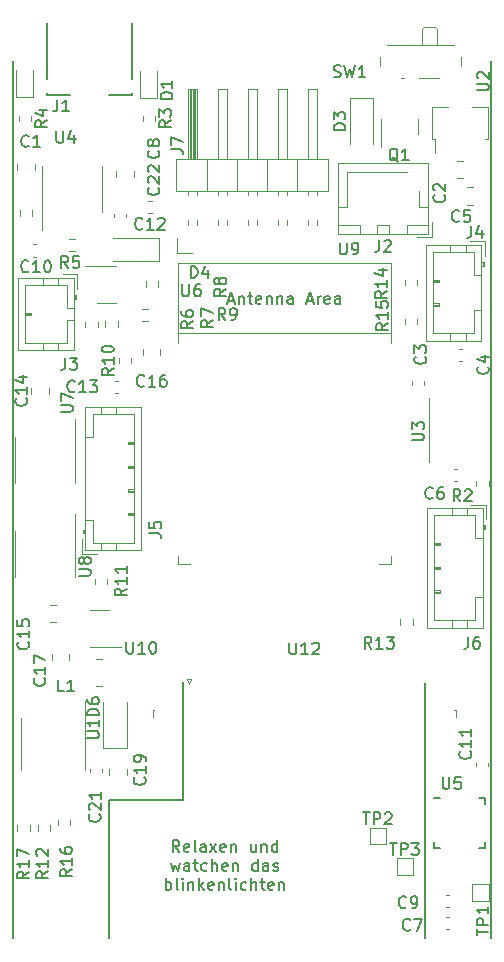
<source format=gbr>
%TF.GenerationSoftware,KiCad,Pcbnew,6.0.5+dfsg-1*%
%TF.CreationDate,2022-06-12T19:51:08+08:00*%
%TF.ProjectId,pbf-mainpcb,7062662d-6d61-4696-9e70-63622e6b6963,rev?*%
%TF.SameCoordinates,Original*%
%TF.FileFunction,Legend,Top*%
%TF.FilePolarity,Positive*%
%FSLAX46Y46*%
G04 Gerber Fmt 4.6, Leading zero omitted, Abs format (unit mm)*
G04 Created by KiCad (PCBNEW 6.0.5+dfsg-1) date 2022-06-12 19:51:08*
%MOMM*%
%LPD*%
G01*
G04 APERTURE LIST*
%ADD10C,0.150000*%
%ADD11C,0.120000*%
G04 APERTURE END LIST*
D10*
X165400000Y-102700000D02*
X159100000Y-102700000D01*
X185900000Y-114400000D02*
X185900000Y-92800000D01*
X165400000Y-92700000D02*
X165400000Y-102700000D01*
X191500000Y-114400000D02*
X191500000Y-40100000D01*
X159100000Y-102700000D02*
X159100000Y-114400000D01*
X151000000Y-40100000D02*
X151000000Y-114375000D01*
X165092857Y-107092380D02*
X164759523Y-106616190D01*
X164521428Y-107092380D02*
X164521428Y-106092380D01*
X164902380Y-106092380D01*
X164997619Y-106140000D01*
X165045238Y-106187619D01*
X165092857Y-106282857D01*
X165092857Y-106425714D01*
X165045238Y-106520952D01*
X164997619Y-106568571D01*
X164902380Y-106616190D01*
X164521428Y-106616190D01*
X165902380Y-107044761D02*
X165807142Y-107092380D01*
X165616666Y-107092380D01*
X165521428Y-107044761D01*
X165473809Y-106949523D01*
X165473809Y-106568571D01*
X165521428Y-106473333D01*
X165616666Y-106425714D01*
X165807142Y-106425714D01*
X165902380Y-106473333D01*
X165950000Y-106568571D01*
X165950000Y-106663809D01*
X165473809Y-106759047D01*
X166521428Y-107092380D02*
X166426190Y-107044761D01*
X166378571Y-106949523D01*
X166378571Y-106092380D01*
X167330952Y-107092380D02*
X167330952Y-106568571D01*
X167283333Y-106473333D01*
X167188095Y-106425714D01*
X166997619Y-106425714D01*
X166902380Y-106473333D01*
X167330952Y-107044761D02*
X167235714Y-107092380D01*
X166997619Y-107092380D01*
X166902380Y-107044761D01*
X166854761Y-106949523D01*
X166854761Y-106854285D01*
X166902380Y-106759047D01*
X166997619Y-106711428D01*
X167235714Y-106711428D01*
X167330952Y-106663809D01*
X167711904Y-107092380D02*
X168235714Y-106425714D01*
X167711904Y-106425714D02*
X168235714Y-107092380D01*
X168997619Y-107044761D02*
X168902380Y-107092380D01*
X168711904Y-107092380D01*
X168616666Y-107044761D01*
X168569047Y-106949523D01*
X168569047Y-106568571D01*
X168616666Y-106473333D01*
X168711904Y-106425714D01*
X168902380Y-106425714D01*
X168997619Y-106473333D01*
X169045238Y-106568571D01*
X169045238Y-106663809D01*
X168569047Y-106759047D01*
X169473809Y-106425714D02*
X169473809Y-107092380D01*
X169473809Y-106520952D02*
X169521428Y-106473333D01*
X169616666Y-106425714D01*
X169759523Y-106425714D01*
X169854761Y-106473333D01*
X169902380Y-106568571D01*
X169902380Y-107092380D01*
X171569047Y-106425714D02*
X171569047Y-107092380D01*
X171140476Y-106425714D02*
X171140476Y-106949523D01*
X171188095Y-107044761D01*
X171283333Y-107092380D01*
X171426190Y-107092380D01*
X171521428Y-107044761D01*
X171569047Y-106997142D01*
X172045238Y-106425714D02*
X172045238Y-107092380D01*
X172045238Y-106520952D02*
X172092857Y-106473333D01*
X172188095Y-106425714D01*
X172330952Y-106425714D01*
X172426190Y-106473333D01*
X172473809Y-106568571D01*
X172473809Y-107092380D01*
X173378571Y-107092380D02*
X173378571Y-106092380D01*
X173378571Y-107044761D02*
X173283333Y-107092380D01*
X173092857Y-107092380D01*
X172997619Y-107044761D01*
X172950000Y-106997142D01*
X172902380Y-106901904D01*
X172902380Y-106616190D01*
X172950000Y-106520952D01*
X172997619Y-106473333D01*
X173092857Y-106425714D01*
X173283333Y-106425714D01*
X173378571Y-106473333D01*
X164378571Y-108035714D02*
X164569047Y-108702380D01*
X164759523Y-108226190D01*
X164950000Y-108702380D01*
X165140476Y-108035714D01*
X165950000Y-108702380D02*
X165950000Y-108178571D01*
X165902380Y-108083333D01*
X165807142Y-108035714D01*
X165616666Y-108035714D01*
X165521428Y-108083333D01*
X165950000Y-108654761D02*
X165854761Y-108702380D01*
X165616666Y-108702380D01*
X165521428Y-108654761D01*
X165473809Y-108559523D01*
X165473809Y-108464285D01*
X165521428Y-108369047D01*
X165616666Y-108321428D01*
X165854761Y-108321428D01*
X165950000Y-108273809D01*
X166283333Y-108035714D02*
X166664285Y-108035714D01*
X166426190Y-107702380D02*
X166426190Y-108559523D01*
X166473809Y-108654761D01*
X166569047Y-108702380D01*
X166664285Y-108702380D01*
X167426190Y-108654761D02*
X167330952Y-108702380D01*
X167140476Y-108702380D01*
X167045238Y-108654761D01*
X166997619Y-108607142D01*
X166950000Y-108511904D01*
X166950000Y-108226190D01*
X166997619Y-108130952D01*
X167045238Y-108083333D01*
X167140476Y-108035714D01*
X167330952Y-108035714D01*
X167426190Y-108083333D01*
X167854761Y-108702380D02*
X167854761Y-107702380D01*
X168283333Y-108702380D02*
X168283333Y-108178571D01*
X168235714Y-108083333D01*
X168140476Y-108035714D01*
X167997619Y-108035714D01*
X167902380Y-108083333D01*
X167854761Y-108130952D01*
X169140476Y-108654761D02*
X169045238Y-108702380D01*
X168854761Y-108702380D01*
X168759523Y-108654761D01*
X168711904Y-108559523D01*
X168711904Y-108178571D01*
X168759523Y-108083333D01*
X168854761Y-108035714D01*
X169045238Y-108035714D01*
X169140476Y-108083333D01*
X169188095Y-108178571D01*
X169188095Y-108273809D01*
X168711904Y-108369047D01*
X169616666Y-108035714D02*
X169616666Y-108702380D01*
X169616666Y-108130952D02*
X169664285Y-108083333D01*
X169759523Y-108035714D01*
X169902380Y-108035714D01*
X169997619Y-108083333D01*
X170045238Y-108178571D01*
X170045238Y-108702380D01*
X171711904Y-108702380D02*
X171711904Y-107702380D01*
X171711904Y-108654761D02*
X171616666Y-108702380D01*
X171426190Y-108702380D01*
X171330952Y-108654761D01*
X171283333Y-108607142D01*
X171235714Y-108511904D01*
X171235714Y-108226190D01*
X171283333Y-108130952D01*
X171330952Y-108083333D01*
X171426190Y-108035714D01*
X171616666Y-108035714D01*
X171711904Y-108083333D01*
X172616666Y-108702380D02*
X172616666Y-108178571D01*
X172569047Y-108083333D01*
X172473809Y-108035714D01*
X172283333Y-108035714D01*
X172188095Y-108083333D01*
X172616666Y-108654761D02*
X172521428Y-108702380D01*
X172283333Y-108702380D01*
X172188095Y-108654761D01*
X172140476Y-108559523D01*
X172140476Y-108464285D01*
X172188095Y-108369047D01*
X172283333Y-108321428D01*
X172521428Y-108321428D01*
X172616666Y-108273809D01*
X173045238Y-108654761D02*
X173140476Y-108702380D01*
X173330952Y-108702380D01*
X173426190Y-108654761D01*
X173473809Y-108559523D01*
X173473809Y-108511904D01*
X173426190Y-108416666D01*
X173330952Y-108369047D01*
X173188095Y-108369047D01*
X173092857Y-108321428D01*
X173045238Y-108226190D01*
X173045238Y-108178571D01*
X173092857Y-108083333D01*
X173188095Y-108035714D01*
X173330952Y-108035714D01*
X173426190Y-108083333D01*
X163950000Y-110312380D02*
X163950000Y-109312380D01*
X163950000Y-109693333D02*
X164045238Y-109645714D01*
X164235714Y-109645714D01*
X164330952Y-109693333D01*
X164378571Y-109740952D01*
X164426190Y-109836190D01*
X164426190Y-110121904D01*
X164378571Y-110217142D01*
X164330952Y-110264761D01*
X164235714Y-110312380D01*
X164045238Y-110312380D01*
X163950000Y-110264761D01*
X164997619Y-110312380D02*
X164902380Y-110264761D01*
X164854761Y-110169523D01*
X164854761Y-109312380D01*
X165378571Y-110312380D02*
X165378571Y-109645714D01*
X165378571Y-109312380D02*
X165330952Y-109360000D01*
X165378571Y-109407619D01*
X165426190Y-109360000D01*
X165378571Y-109312380D01*
X165378571Y-109407619D01*
X165854761Y-109645714D02*
X165854761Y-110312380D01*
X165854761Y-109740952D02*
X165902380Y-109693333D01*
X165997619Y-109645714D01*
X166140476Y-109645714D01*
X166235714Y-109693333D01*
X166283333Y-109788571D01*
X166283333Y-110312380D01*
X166759523Y-110312380D02*
X166759523Y-109312380D01*
X166854761Y-109931428D02*
X167140476Y-110312380D01*
X167140476Y-109645714D02*
X166759523Y-110026666D01*
X167950000Y-110264761D02*
X167854761Y-110312380D01*
X167664285Y-110312380D01*
X167569047Y-110264761D01*
X167521428Y-110169523D01*
X167521428Y-109788571D01*
X167569047Y-109693333D01*
X167664285Y-109645714D01*
X167854761Y-109645714D01*
X167950000Y-109693333D01*
X167997619Y-109788571D01*
X167997619Y-109883809D01*
X167521428Y-109979047D01*
X168426190Y-109645714D02*
X168426190Y-110312380D01*
X168426190Y-109740952D02*
X168473809Y-109693333D01*
X168569047Y-109645714D01*
X168711904Y-109645714D01*
X168807142Y-109693333D01*
X168854761Y-109788571D01*
X168854761Y-110312380D01*
X169473809Y-110312380D02*
X169378571Y-110264761D01*
X169330952Y-110169523D01*
X169330952Y-109312380D01*
X169854761Y-110312380D02*
X169854761Y-109645714D01*
X169854761Y-109312380D02*
X169807142Y-109360000D01*
X169854761Y-109407619D01*
X169902380Y-109360000D01*
X169854761Y-109312380D01*
X169854761Y-109407619D01*
X170759523Y-110264761D02*
X170664285Y-110312380D01*
X170473809Y-110312380D01*
X170378571Y-110264761D01*
X170330952Y-110217142D01*
X170283333Y-110121904D01*
X170283333Y-109836190D01*
X170330952Y-109740952D01*
X170378571Y-109693333D01*
X170473809Y-109645714D01*
X170664285Y-109645714D01*
X170759523Y-109693333D01*
X171188095Y-110312380D02*
X171188095Y-109312380D01*
X171616666Y-110312380D02*
X171616666Y-109788571D01*
X171569047Y-109693333D01*
X171473809Y-109645714D01*
X171330952Y-109645714D01*
X171235714Y-109693333D01*
X171188095Y-109740952D01*
X171950000Y-109645714D02*
X172330952Y-109645714D01*
X172092857Y-109312380D02*
X172092857Y-110169523D01*
X172140476Y-110264761D01*
X172235714Y-110312380D01*
X172330952Y-110312380D01*
X173045238Y-110264761D02*
X172950000Y-110312380D01*
X172759523Y-110312380D01*
X172664285Y-110264761D01*
X172616666Y-110169523D01*
X172616666Y-109788571D01*
X172664285Y-109693333D01*
X172759523Y-109645714D01*
X172950000Y-109645714D01*
X173045238Y-109693333D01*
X173092857Y-109788571D01*
X173092857Y-109883809D01*
X172616666Y-109979047D01*
X173521428Y-109645714D02*
X173521428Y-110312380D01*
X173521428Y-109740952D02*
X173569047Y-109693333D01*
X173664285Y-109645714D01*
X173807142Y-109645714D01*
X173902380Y-109693333D01*
X173950000Y-109788571D01*
X173950000Y-110312380D01*
%TO.C,R6*%
X166252380Y-62166666D02*
X165776190Y-62500000D01*
X166252380Y-62738095D02*
X165252380Y-62738095D01*
X165252380Y-62357142D01*
X165300000Y-62261904D01*
X165347619Y-62214285D01*
X165442857Y-62166666D01*
X165585714Y-62166666D01*
X165680952Y-62214285D01*
X165728571Y-62261904D01*
X165776190Y-62357142D01*
X165776190Y-62738095D01*
X165252380Y-61309523D02*
X165252380Y-61500000D01*
X165300000Y-61595238D01*
X165347619Y-61642857D01*
X165490476Y-61738095D01*
X165680952Y-61785714D01*
X166061904Y-61785714D01*
X166157142Y-61738095D01*
X166204761Y-61690476D01*
X166252380Y-61595238D01*
X166252380Y-61404761D01*
X166204761Y-61309523D01*
X166157142Y-61261904D01*
X166061904Y-61214285D01*
X165823809Y-61214285D01*
X165728571Y-61261904D01*
X165680952Y-61309523D01*
X165633333Y-61404761D01*
X165633333Y-61595238D01*
X165680952Y-61690476D01*
X165728571Y-61738095D01*
X165823809Y-61785714D01*
%TO.C,R2*%
X188883333Y-77402380D02*
X188550000Y-76926190D01*
X188311904Y-77402380D02*
X188311904Y-76402380D01*
X188692857Y-76402380D01*
X188788095Y-76450000D01*
X188835714Y-76497619D01*
X188883333Y-76592857D01*
X188883333Y-76735714D01*
X188835714Y-76830952D01*
X188788095Y-76878571D01*
X188692857Y-76926190D01*
X188311904Y-76926190D01*
X189264285Y-76497619D02*
X189311904Y-76450000D01*
X189407142Y-76402380D01*
X189645238Y-76402380D01*
X189740476Y-76450000D01*
X189788095Y-76497619D01*
X189835714Y-76592857D01*
X189835714Y-76688095D01*
X189788095Y-76830952D01*
X189216666Y-77402380D01*
X189835714Y-77402380D01*
%TO.C,R7*%
X167902380Y-62066666D02*
X167426190Y-62400000D01*
X167902380Y-62638095D02*
X166902380Y-62638095D01*
X166902380Y-62257142D01*
X166950000Y-62161904D01*
X166997619Y-62114285D01*
X167092857Y-62066666D01*
X167235714Y-62066666D01*
X167330952Y-62114285D01*
X167378571Y-62161904D01*
X167426190Y-62257142D01*
X167426190Y-62638095D01*
X166902380Y-61733333D02*
X166902380Y-61066666D01*
X167902380Y-61495238D01*
%TO.C,R3*%
X164382380Y-45166666D02*
X163906190Y-45500000D01*
X164382380Y-45738095D02*
X163382380Y-45738095D01*
X163382380Y-45357142D01*
X163430000Y-45261904D01*
X163477619Y-45214285D01*
X163572857Y-45166666D01*
X163715714Y-45166666D01*
X163810952Y-45214285D01*
X163858571Y-45261904D01*
X163906190Y-45357142D01*
X163906190Y-45738095D01*
X163382380Y-44833333D02*
X163382380Y-44214285D01*
X163763333Y-44547619D01*
X163763333Y-44404761D01*
X163810952Y-44309523D01*
X163858571Y-44261904D01*
X163953809Y-44214285D01*
X164191904Y-44214285D01*
X164287142Y-44261904D01*
X164334761Y-44309523D01*
X164382380Y-44404761D01*
X164382380Y-44690476D01*
X164334761Y-44785714D01*
X164287142Y-44833333D01*
%TO.C,R5*%
X155683333Y-57652380D02*
X155350000Y-57176190D01*
X155111904Y-57652380D02*
X155111904Y-56652380D01*
X155492857Y-56652380D01*
X155588095Y-56700000D01*
X155635714Y-56747619D01*
X155683333Y-56842857D01*
X155683333Y-56985714D01*
X155635714Y-57080952D01*
X155588095Y-57128571D01*
X155492857Y-57176190D01*
X155111904Y-57176190D01*
X156588095Y-56652380D02*
X156111904Y-56652380D01*
X156064285Y-57128571D01*
X156111904Y-57080952D01*
X156207142Y-57033333D01*
X156445238Y-57033333D01*
X156540476Y-57080952D01*
X156588095Y-57128571D01*
X156635714Y-57223809D01*
X156635714Y-57461904D01*
X156588095Y-57557142D01*
X156540476Y-57604761D01*
X156445238Y-57652380D01*
X156207142Y-57652380D01*
X156111904Y-57604761D01*
X156064285Y-57557142D01*
%TO.C,R17*%
X152352380Y-108767857D02*
X151876190Y-109101190D01*
X152352380Y-109339285D02*
X151352380Y-109339285D01*
X151352380Y-108958333D01*
X151400000Y-108863095D01*
X151447619Y-108815476D01*
X151542857Y-108767857D01*
X151685714Y-108767857D01*
X151780952Y-108815476D01*
X151828571Y-108863095D01*
X151876190Y-108958333D01*
X151876190Y-109339285D01*
X152352380Y-107815476D02*
X152352380Y-108386904D01*
X152352380Y-108101190D02*
X151352380Y-108101190D01*
X151495238Y-108196428D01*
X151590476Y-108291666D01*
X151638095Y-108386904D01*
X151352380Y-107482142D02*
X151352380Y-106815476D01*
X152352380Y-107244047D01*
%TO.C,Q1*%
X183604761Y-48647619D02*
X183509523Y-48600000D01*
X183414285Y-48504761D01*
X183271428Y-48361904D01*
X183176190Y-48314285D01*
X183080952Y-48314285D01*
X183128571Y-48552380D02*
X183033333Y-48504761D01*
X182938095Y-48409523D01*
X182890476Y-48219047D01*
X182890476Y-47885714D01*
X182938095Y-47695238D01*
X183033333Y-47600000D01*
X183128571Y-47552380D01*
X183319047Y-47552380D01*
X183414285Y-47600000D01*
X183509523Y-47695238D01*
X183557142Y-47885714D01*
X183557142Y-48219047D01*
X183509523Y-48409523D01*
X183414285Y-48504761D01*
X183319047Y-48552380D01*
X183128571Y-48552380D01*
X184509523Y-48552380D02*
X183938095Y-48552380D01*
X184223809Y-48552380D02*
X184223809Y-47552380D01*
X184128571Y-47695238D01*
X184033333Y-47790476D01*
X183938095Y-47838095D01*
%TO.C,R4*%
X153882380Y-45166666D02*
X153406190Y-45500000D01*
X153882380Y-45738095D02*
X152882380Y-45738095D01*
X152882380Y-45357142D01*
X152930000Y-45261904D01*
X152977619Y-45214285D01*
X153072857Y-45166666D01*
X153215714Y-45166666D01*
X153310952Y-45214285D01*
X153358571Y-45261904D01*
X153406190Y-45357142D01*
X153406190Y-45738095D01*
X153215714Y-44309523D02*
X153882380Y-44309523D01*
X152834761Y-44547619D02*
X153549047Y-44785714D01*
X153549047Y-44166666D01*
%TO.C,U7*%
X155052380Y-69836904D02*
X155861904Y-69836904D01*
X155957142Y-69789285D01*
X156004761Y-69741666D01*
X156052380Y-69646428D01*
X156052380Y-69455952D01*
X156004761Y-69360714D01*
X155957142Y-69313095D01*
X155861904Y-69265476D01*
X155052380Y-69265476D01*
X155052380Y-68884523D02*
X155052380Y-68217857D01*
X156052380Y-68646428D01*
%TO.C,R9*%
X168983333Y-62052380D02*
X168650000Y-61576190D01*
X168411904Y-62052380D02*
X168411904Y-61052380D01*
X168792857Y-61052380D01*
X168888095Y-61100000D01*
X168935714Y-61147619D01*
X168983333Y-61242857D01*
X168983333Y-61385714D01*
X168935714Y-61480952D01*
X168888095Y-61528571D01*
X168792857Y-61576190D01*
X168411904Y-61576190D01*
X169459523Y-62052380D02*
X169650000Y-62052380D01*
X169745238Y-62004761D01*
X169792857Y-61957142D01*
X169888095Y-61814285D01*
X169935714Y-61623809D01*
X169935714Y-61242857D01*
X169888095Y-61147619D01*
X169840476Y-61100000D01*
X169745238Y-61052380D01*
X169554761Y-61052380D01*
X169459523Y-61100000D01*
X169411904Y-61147619D01*
X169364285Y-61242857D01*
X169364285Y-61480952D01*
X169411904Y-61576190D01*
X169459523Y-61623809D01*
X169554761Y-61671428D01*
X169745238Y-61671428D01*
X169840476Y-61623809D01*
X169888095Y-61576190D01*
X169935714Y-61480952D01*
%TO.C,C15*%
X152282142Y-89317857D02*
X152329761Y-89365476D01*
X152377380Y-89508333D01*
X152377380Y-89603571D01*
X152329761Y-89746428D01*
X152234523Y-89841666D01*
X152139285Y-89889285D01*
X151948809Y-89936904D01*
X151805952Y-89936904D01*
X151615476Y-89889285D01*
X151520238Y-89841666D01*
X151425000Y-89746428D01*
X151377380Y-89603571D01*
X151377380Y-89508333D01*
X151425000Y-89365476D01*
X151472619Y-89317857D01*
X152377380Y-88365476D02*
X152377380Y-88936904D01*
X152377380Y-88651190D02*
X151377380Y-88651190D01*
X151520238Y-88746428D01*
X151615476Y-88841666D01*
X151663095Y-88936904D01*
X151377380Y-87460714D02*
X151377380Y-87936904D01*
X151853571Y-87984523D01*
X151805952Y-87936904D01*
X151758333Y-87841666D01*
X151758333Y-87603571D01*
X151805952Y-87508333D01*
X151853571Y-87460714D01*
X151948809Y-87413095D01*
X152186904Y-87413095D01*
X152282142Y-87460714D01*
X152329761Y-87508333D01*
X152377380Y-87603571D01*
X152377380Y-87841666D01*
X152329761Y-87936904D01*
X152282142Y-87984523D01*
%TO.C,C12*%
X161957142Y-54312142D02*
X161909523Y-54359761D01*
X161766666Y-54407380D01*
X161671428Y-54407380D01*
X161528571Y-54359761D01*
X161433333Y-54264523D01*
X161385714Y-54169285D01*
X161338095Y-53978809D01*
X161338095Y-53835952D01*
X161385714Y-53645476D01*
X161433333Y-53550238D01*
X161528571Y-53455000D01*
X161671428Y-53407380D01*
X161766666Y-53407380D01*
X161909523Y-53455000D01*
X161957142Y-53502619D01*
X162909523Y-54407380D02*
X162338095Y-54407380D01*
X162623809Y-54407380D02*
X162623809Y-53407380D01*
X162528571Y-53550238D01*
X162433333Y-53645476D01*
X162338095Y-53693095D01*
X163290476Y-53502619D02*
X163338095Y-53455000D01*
X163433333Y-53407380D01*
X163671428Y-53407380D01*
X163766666Y-53455000D01*
X163814285Y-53502619D01*
X163861904Y-53597857D01*
X163861904Y-53693095D01*
X163814285Y-53835952D01*
X163242857Y-54407380D01*
X163861904Y-54407380D01*
%TO.C,J5*%
X162552380Y-80133333D02*
X163266666Y-80133333D01*
X163409523Y-80180952D01*
X163504761Y-80276190D01*
X163552380Y-80419047D01*
X163552380Y-80514285D01*
X162552380Y-79180952D02*
X162552380Y-79657142D01*
X163028571Y-79704761D01*
X162980952Y-79657142D01*
X162933333Y-79561904D01*
X162933333Y-79323809D01*
X162980952Y-79228571D01*
X163028571Y-79180952D01*
X163123809Y-79133333D01*
X163361904Y-79133333D01*
X163457142Y-79180952D01*
X163504761Y-79228571D01*
X163552380Y-79323809D01*
X163552380Y-79561904D01*
X163504761Y-79657142D01*
X163457142Y-79704761D01*
%TO.C,J4*%
X189816666Y-54102380D02*
X189816666Y-54816666D01*
X189769047Y-54959523D01*
X189673809Y-55054761D01*
X189530952Y-55102380D01*
X189435714Y-55102380D01*
X190721428Y-54435714D02*
X190721428Y-55102380D01*
X190483333Y-54054761D02*
X190245238Y-54769047D01*
X190864285Y-54769047D01*
%TO.C,C1*%
X152333333Y-47307142D02*
X152285714Y-47354761D01*
X152142857Y-47402380D01*
X152047619Y-47402380D01*
X151904761Y-47354761D01*
X151809523Y-47259523D01*
X151761904Y-47164285D01*
X151714285Y-46973809D01*
X151714285Y-46830952D01*
X151761904Y-46640476D01*
X151809523Y-46545238D01*
X151904761Y-46450000D01*
X152047619Y-46402380D01*
X152142857Y-46402380D01*
X152285714Y-46450000D01*
X152333333Y-46497619D01*
X153285714Y-47402380D02*
X152714285Y-47402380D01*
X153000000Y-47402380D02*
X153000000Y-46402380D01*
X152904761Y-46545238D01*
X152809523Y-46640476D01*
X152714285Y-46688095D01*
%TO.C,R13*%
X181357142Y-89877380D02*
X181023809Y-89401190D01*
X180785714Y-89877380D02*
X180785714Y-88877380D01*
X181166666Y-88877380D01*
X181261904Y-88925000D01*
X181309523Y-88972619D01*
X181357142Y-89067857D01*
X181357142Y-89210714D01*
X181309523Y-89305952D01*
X181261904Y-89353571D01*
X181166666Y-89401190D01*
X180785714Y-89401190D01*
X182309523Y-89877380D02*
X181738095Y-89877380D01*
X182023809Y-89877380D02*
X182023809Y-88877380D01*
X181928571Y-89020238D01*
X181833333Y-89115476D01*
X181738095Y-89163095D01*
X182642857Y-88877380D02*
X183261904Y-88877380D01*
X182928571Y-89258333D01*
X183071428Y-89258333D01*
X183166666Y-89305952D01*
X183214285Y-89353571D01*
X183261904Y-89448809D01*
X183261904Y-89686904D01*
X183214285Y-89782142D01*
X183166666Y-89829761D01*
X183071428Y-89877380D01*
X182785714Y-89877380D01*
X182690476Y-89829761D01*
X182642857Y-89782142D01*
%TO.C,C21*%
X158332142Y-103917857D02*
X158379761Y-103965476D01*
X158427380Y-104108333D01*
X158427380Y-104203571D01*
X158379761Y-104346428D01*
X158284523Y-104441666D01*
X158189285Y-104489285D01*
X157998809Y-104536904D01*
X157855952Y-104536904D01*
X157665476Y-104489285D01*
X157570238Y-104441666D01*
X157475000Y-104346428D01*
X157427380Y-104203571D01*
X157427380Y-104108333D01*
X157475000Y-103965476D01*
X157522619Y-103917857D01*
X157522619Y-103536904D02*
X157475000Y-103489285D01*
X157427380Y-103394047D01*
X157427380Y-103155952D01*
X157475000Y-103060714D01*
X157522619Y-103013095D01*
X157617857Y-102965476D01*
X157713095Y-102965476D01*
X157855952Y-103013095D01*
X158427380Y-103584523D01*
X158427380Y-102965476D01*
X158427380Y-102013095D02*
X158427380Y-102584523D01*
X158427380Y-102298809D02*
X157427380Y-102298809D01*
X157570238Y-102394047D01*
X157665476Y-102489285D01*
X157713095Y-102584523D01*
%TO.C,SW1*%
X178166666Y-41454761D02*
X178309523Y-41502380D01*
X178547619Y-41502380D01*
X178642857Y-41454761D01*
X178690476Y-41407142D01*
X178738095Y-41311904D01*
X178738095Y-41216666D01*
X178690476Y-41121428D01*
X178642857Y-41073809D01*
X178547619Y-41026190D01*
X178357142Y-40978571D01*
X178261904Y-40930952D01*
X178214285Y-40883333D01*
X178166666Y-40788095D01*
X178166666Y-40692857D01*
X178214285Y-40597619D01*
X178261904Y-40550000D01*
X178357142Y-40502380D01*
X178595238Y-40502380D01*
X178738095Y-40550000D01*
X179071428Y-40502380D02*
X179309523Y-41502380D01*
X179500000Y-40788095D01*
X179690476Y-41502380D01*
X179928571Y-40502380D01*
X180833333Y-41502380D02*
X180261904Y-41502380D01*
X180547619Y-41502380D02*
X180547619Y-40502380D01*
X180452380Y-40645238D01*
X180357142Y-40740476D01*
X180261904Y-40788095D01*
%TO.C,C5*%
X188783333Y-53657142D02*
X188735714Y-53704761D01*
X188592857Y-53752380D01*
X188497619Y-53752380D01*
X188354761Y-53704761D01*
X188259523Y-53609523D01*
X188211904Y-53514285D01*
X188164285Y-53323809D01*
X188164285Y-53180952D01*
X188211904Y-52990476D01*
X188259523Y-52895238D01*
X188354761Y-52800000D01*
X188497619Y-52752380D01*
X188592857Y-52752380D01*
X188735714Y-52800000D01*
X188783333Y-52847619D01*
X189688095Y-52752380D02*
X189211904Y-52752380D01*
X189164285Y-53228571D01*
X189211904Y-53180952D01*
X189307142Y-53133333D01*
X189545238Y-53133333D01*
X189640476Y-53180952D01*
X189688095Y-53228571D01*
X189735714Y-53323809D01*
X189735714Y-53561904D01*
X189688095Y-53657142D01*
X189640476Y-53704761D01*
X189545238Y-53752380D01*
X189307142Y-53752380D01*
X189211904Y-53704761D01*
X189164285Y-53657142D01*
%TO.C,R15*%
X182752380Y-62342857D02*
X182276190Y-62676190D01*
X182752380Y-62914285D02*
X181752380Y-62914285D01*
X181752380Y-62533333D01*
X181800000Y-62438095D01*
X181847619Y-62390476D01*
X181942857Y-62342857D01*
X182085714Y-62342857D01*
X182180952Y-62390476D01*
X182228571Y-62438095D01*
X182276190Y-62533333D01*
X182276190Y-62914285D01*
X182752380Y-61390476D02*
X182752380Y-61961904D01*
X182752380Y-61676190D02*
X181752380Y-61676190D01*
X181895238Y-61771428D01*
X181990476Y-61866666D01*
X182038095Y-61961904D01*
X181752380Y-60485714D02*
X181752380Y-60961904D01*
X182228571Y-61009523D01*
X182180952Y-60961904D01*
X182133333Y-60866666D01*
X182133333Y-60628571D01*
X182180952Y-60533333D01*
X182228571Y-60485714D01*
X182323809Y-60438095D01*
X182561904Y-60438095D01*
X182657142Y-60485714D01*
X182704761Y-60533333D01*
X182752380Y-60628571D01*
X182752380Y-60866666D01*
X182704761Y-60961904D01*
X182657142Y-61009523D01*
%TO.C,U6*%
X165338095Y-59052380D02*
X165338095Y-59861904D01*
X165385714Y-59957142D01*
X165433333Y-60004761D01*
X165528571Y-60052380D01*
X165719047Y-60052380D01*
X165814285Y-60004761D01*
X165861904Y-59957142D01*
X165909523Y-59861904D01*
X165909523Y-59052380D01*
X166814285Y-59052380D02*
X166623809Y-59052380D01*
X166528571Y-59100000D01*
X166480952Y-59147619D01*
X166385714Y-59290476D01*
X166338095Y-59480952D01*
X166338095Y-59861904D01*
X166385714Y-59957142D01*
X166433333Y-60004761D01*
X166528571Y-60052380D01*
X166719047Y-60052380D01*
X166814285Y-60004761D01*
X166861904Y-59957142D01*
X166909523Y-59861904D01*
X166909523Y-59623809D01*
X166861904Y-59528571D01*
X166814285Y-59480952D01*
X166719047Y-59433333D01*
X166528571Y-59433333D01*
X166433333Y-59480952D01*
X166385714Y-59528571D01*
X166338095Y-59623809D01*
%TO.C,C17*%
X153657142Y-92392857D02*
X153704761Y-92440476D01*
X153752380Y-92583333D01*
X153752380Y-92678571D01*
X153704761Y-92821428D01*
X153609523Y-92916666D01*
X153514285Y-92964285D01*
X153323809Y-93011904D01*
X153180952Y-93011904D01*
X152990476Y-92964285D01*
X152895238Y-92916666D01*
X152800000Y-92821428D01*
X152752380Y-92678571D01*
X152752380Y-92583333D01*
X152800000Y-92440476D01*
X152847619Y-92392857D01*
X153752380Y-91440476D02*
X153752380Y-92011904D01*
X153752380Y-91726190D02*
X152752380Y-91726190D01*
X152895238Y-91821428D01*
X152990476Y-91916666D01*
X153038095Y-92011904D01*
X152752380Y-91107142D02*
X152752380Y-90440476D01*
X153752380Y-90869047D01*
%TO.C,J3*%
X155441666Y-65252380D02*
X155441666Y-65966666D01*
X155394047Y-66109523D01*
X155298809Y-66204761D01*
X155155952Y-66252380D01*
X155060714Y-66252380D01*
X155822619Y-65252380D02*
X156441666Y-65252380D01*
X156108333Y-65633333D01*
X156251190Y-65633333D01*
X156346428Y-65680952D01*
X156394047Y-65728571D01*
X156441666Y-65823809D01*
X156441666Y-66061904D01*
X156394047Y-66157142D01*
X156346428Y-66204761D01*
X156251190Y-66252380D01*
X155965476Y-66252380D01*
X155870238Y-66204761D01*
X155822619Y-66157142D01*
%TO.C,C9*%
X184283333Y-111757142D02*
X184235714Y-111804761D01*
X184092857Y-111852380D01*
X183997619Y-111852380D01*
X183854761Y-111804761D01*
X183759523Y-111709523D01*
X183711904Y-111614285D01*
X183664285Y-111423809D01*
X183664285Y-111280952D01*
X183711904Y-111090476D01*
X183759523Y-110995238D01*
X183854761Y-110900000D01*
X183997619Y-110852380D01*
X184092857Y-110852380D01*
X184235714Y-110900000D01*
X184283333Y-110947619D01*
X184759523Y-111852380D02*
X184950000Y-111852380D01*
X185045238Y-111804761D01*
X185092857Y-111757142D01*
X185188095Y-111614285D01*
X185235714Y-111423809D01*
X185235714Y-111042857D01*
X185188095Y-110947619D01*
X185140476Y-110900000D01*
X185045238Y-110852380D01*
X184854761Y-110852380D01*
X184759523Y-110900000D01*
X184711904Y-110947619D01*
X184664285Y-111042857D01*
X184664285Y-111280952D01*
X184711904Y-111376190D01*
X184759523Y-111423809D01*
X184854761Y-111471428D01*
X185045238Y-111471428D01*
X185140476Y-111423809D01*
X185188095Y-111376190D01*
X185235714Y-111280952D01*
%TO.C,U8*%
X156577380Y-83711904D02*
X157386904Y-83711904D01*
X157482142Y-83664285D01*
X157529761Y-83616666D01*
X157577380Y-83521428D01*
X157577380Y-83330952D01*
X157529761Y-83235714D01*
X157482142Y-83188095D01*
X157386904Y-83140476D01*
X156577380Y-83140476D01*
X157005952Y-82521428D02*
X156958333Y-82616666D01*
X156910714Y-82664285D01*
X156815476Y-82711904D01*
X156767857Y-82711904D01*
X156672619Y-82664285D01*
X156625000Y-82616666D01*
X156577380Y-82521428D01*
X156577380Y-82330952D01*
X156625000Y-82235714D01*
X156672619Y-82188095D01*
X156767857Y-82140476D01*
X156815476Y-82140476D01*
X156910714Y-82188095D01*
X156958333Y-82235714D01*
X157005952Y-82330952D01*
X157005952Y-82521428D01*
X157053571Y-82616666D01*
X157101190Y-82664285D01*
X157196428Y-82711904D01*
X157386904Y-82711904D01*
X157482142Y-82664285D01*
X157529761Y-82616666D01*
X157577380Y-82521428D01*
X157577380Y-82330952D01*
X157529761Y-82235714D01*
X157482142Y-82188095D01*
X157386904Y-82140476D01*
X157196428Y-82140476D01*
X157101190Y-82188095D01*
X157053571Y-82235714D01*
X157005952Y-82330952D01*
%TO.C,C6*%
X186533333Y-77107142D02*
X186485714Y-77154761D01*
X186342857Y-77202380D01*
X186247619Y-77202380D01*
X186104761Y-77154761D01*
X186009523Y-77059523D01*
X185961904Y-76964285D01*
X185914285Y-76773809D01*
X185914285Y-76630952D01*
X185961904Y-76440476D01*
X186009523Y-76345238D01*
X186104761Y-76250000D01*
X186247619Y-76202380D01*
X186342857Y-76202380D01*
X186485714Y-76250000D01*
X186533333Y-76297619D01*
X187390476Y-76202380D02*
X187200000Y-76202380D01*
X187104761Y-76250000D01*
X187057142Y-76297619D01*
X186961904Y-76440476D01*
X186914285Y-76630952D01*
X186914285Y-77011904D01*
X186961904Y-77107142D01*
X187009523Y-77154761D01*
X187104761Y-77202380D01*
X187295238Y-77202380D01*
X187390476Y-77154761D01*
X187438095Y-77107142D01*
X187485714Y-77011904D01*
X187485714Y-76773809D01*
X187438095Y-76678571D01*
X187390476Y-76630952D01*
X187295238Y-76583333D01*
X187104761Y-76583333D01*
X187009523Y-76630952D01*
X186961904Y-76678571D01*
X186914285Y-76773809D01*
%TO.C,J6*%
X189541666Y-88877380D02*
X189541666Y-89591666D01*
X189494047Y-89734523D01*
X189398809Y-89829761D01*
X189255952Y-89877380D01*
X189160714Y-89877380D01*
X190446428Y-88877380D02*
X190255952Y-88877380D01*
X190160714Y-88925000D01*
X190113095Y-88972619D01*
X190017857Y-89115476D01*
X189970238Y-89305952D01*
X189970238Y-89686904D01*
X190017857Y-89782142D01*
X190065476Y-89829761D01*
X190160714Y-89877380D01*
X190351190Y-89877380D01*
X190446428Y-89829761D01*
X190494047Y-89782142D01*
X190541666Y-89686904D01*
X190541666Y-89448809D01*
X190494047Y-89353571D01*
X190446428Y-89305952D01*
X190351190Y-89258333D01*
X190160714Y-89258333D01*
X190065476Y-89305952D01*
X190017857Y-89353571D01*
X189970238Y-89448809D01*
%TO.C,D4*%
X166061904Y-58502380D02*
X166061904Y-57502380D01*
X166300000Y-57502380D01*
X166442857Y-57550000D01*
X166538095Y-57645238D01*
X166585714Y-57740476D01*
X166633333Y-57930952D01*
X166633333Y-58073809D01*
X166585714Y-58264285D01*
X166538095Y-58359523D01*
X166442857Y-58454761D01*
X166300000Y-58502380D01*
X166061904Y-58502380D01*
X167490476Y-57835714D02*
X167490476Y-58502380D01*
X167252380Y-57454761D02*
X167014285Y-58169047D01*
X167633333Y-58169047D01*
%TO.C,TP1*%
X190252380Y-114161904D02*
X190252380Y-113590476D01*
X191252380Y-113876190D02*
X190252380Y-113876190D01*
X191252380Y-113257142D02*
X190252380Y-113257142D01*
X190252380Y-112876190D01*
X190300000Y-112780952D01*
X190347619Y-112733333D01*
X190442857Y-112685714D01*
X190585714Y-112685714D01*
X190680952Y-112733333D01*
X190728571Y-112780952D01*
X190776190Y-112876190D01*
X190776190Y-113257142D01*
X191252380Y-111733333D02*
X191252380Y-112304761D01*
X191252380Y-112019047D02*
X190252380Y-112019047D01*
X190395238Y-112114285D01*
X190490476Y-112209523D01*
X190538095Y-112304761D01*
%TO.C,C19*%
X162132142Y-100792857D02*
X162179761Y-100840476D01*
X162227380Y-100983333D01*
X162227380Y-101078571D01*
X162179761Y-101221428D01*
X162084523Y-101316666D01*
X161989285Y-101364285D01*
X161798809Y-101411904D01*
X161655952Y-101411904D01*
X161465476Y-101364285D01*
X161370238Y-101316666D01*
X161275000Y-101221428D01*
X161227380Y-101078571D01*
X161227380Y-100983333D01*
X161275000Y-100840476D01*
X161322619Y-100792857D01*
X162227380Y-99840476D02*
X162227380Y-100411904D01*
X162227380Y-100126190D02*
X161227380Y-100126190D01*
X161370238Y-100221428D01*
X161465476Y-100316666D01*
X161513095Y-100411904D01*
X162227380Y-99364285D02*
X162227380Y-99173809D01*
X162179761Y-99078571D01*
X162132142Y-99030952D01*
X161989285Y-98935714D01*
X161798809Y-98888095D01*
X161417857Y-98888095D01*
X161322619Y-98935714D01*
X161275000Y-98983333D01*
X161227380Y-99078571D01*
X161227380Y-99269047D01*
X161275000Y-99364285D01*
X161322619Y-99411904D01*
X161417857Y-99459523D01*
X161655952Y-99459523D01*
X161751190Y-99411904D01*
X161798809Y-99364285D01*
X161846428Y-99269047D01*
X161846428Y-99078571D01*
X161798809Y-98983333D01*
X161751190Y-98935714D01*
X161655952Y-98888095D01*
%TO.C,U10*%
X160611904Y-89302380D02*
X160611904Y-90111904D01*
X160659523Y-90207142D01*
X160707142Y-90254761D01*
X160802380Y-90302380D01*
X160992857Y-90302380D01*
X161088095Y-90254761D01*
X161135714Y-90207142D01*
X161183333Y-90111904D01*
X161183333Y-89302380D01*
X162183333Y-90302380D02*
X161611904Y-90302380D01*
X161897619Y-90302380D02*
X161897619Y-89302380D01*
X161802380Y-89445238D01*
X161707142Y-89540476D01*
X161611904Y-89588095D01*
X162802380Y-89302380D02*
X162897619Y-89302380D01*
X162992857Y-89350000D01*
X163040476Y-89397619D01*
X163088095Y-89492857D01*
X163135714Y-89683333D01*
X163135714Y-89921428D01*
X163088095Y-90111904D01*
X163040476Y-90207142D01*
X162992857Y-90254761D01*
X162897619Y-90302380D01*
X162802380Y-90302380D01*
X162707142Y-90254761D01*
X162659523Y-90207142D01*
X162611904Y-90111904D01*
X162564285Y-89921428D01*
X162564285Y-89683333D01*
X162611904Y-89492857D01*
X162659523Y-89397619D01*
X162707142Y-89350000D01*
X162802380Y-89302380D01*
%TO.C,C10*%
X152307142Y-57907142D02*
X152259523Y-57954761D01*
X152116666Y-58002380D01*
X152021428Y-58002380D01*
X151878571Y-57954761D01*
X151783333Y-57859523D01*
X151735714Y-57764285D01*
X151688095Y-57573809D01*
X151688095Y-57430952D01*
X151735714Y-57240476D01*
X151783333Y-57145238D01*
X151878571Y-57050000D01*
X152021428Y-57002380D01*
X152116666Y-57002380D01*
X152259523Y-57050000D01*
X152307142Y-57097619D01*
X153259523Y-58002380D02*
X152688095Y-58002380D01*
X152973809Y-58002380D02*
X152973809Y-57002380D01*
X152878571Y-57145238D01*
X152783333Y-57240476D01*
X152688095Y-57288095D01*
X153878571Y-57002380D02*
X153973809Y-57002380D01*
X154069047Y-57050000D01*
X154116666Y-57097619D01*
X154164285Y-57192857D01*
X154211904Y-57383333D01*
X154211904Y-57621428D01*
X154164285Y-57811904D01*
X154116666Y-57907142D01*
X154069047Y-57954761D01*
X153973809Y-58002380D01*
X153878571Y-58002380D01*
X153783333Y-57954761D01*
X153735714Y-57907142D01*
X153688095Y-57811904D01*
X153640476Y-57621428D01*
X153640476Y-57383333D01*
X153688095Y-57192857D01*
X153735714Y-57097619D01*
X153783333Y-57050000D01*
X153878571Y-57002380D01*
%TO.C,C7*%
X184633333Y-113657142D02*
X184585714Y-113704761D01*
X184442857Y-113752380D01*
X184347619Y-113752380D01*
X184204761Y-113704761D01*
X184109523Y-113609523D01*
X184061904Y-113514285D01*
X184014285Y-113323809D01*
X184014285Y-113180952D01*
X184061904Y-112990476D01*
X184109523Y-112895238D01*
X184204761Y-112800000D01*
X184347619Y-112752380D01*
X184442857Y-112752380D01*
X184585714Y-112800000D01*
X184633333Y-112847619D01*
X184966666Y-112752380D02*
X185633333Y-112752380D01*
X185204761Y-113752380D01*
%TO.C,J2*%
X182016666Y-55302380D02*
X182016666Y-56016666D01*
X181969047Y-56159523D01*
X181873809Y-56254761D01*
X181730952Y-56302380D01*
X181635714Y-56302380D01*
X182445238Y-55397619D02*
X182492857Y-55350000D01*
X182588095Y-55302380D01*
X182826190Y-55302380D01*
X182921428Y-55350000D01*
X182969047Y-55397619D01*
X183016666Y-55492857D01*
X183016666Y-55588095D01*
X182969047Y-55730952D01*
X182397619Y-56302380D01*
X183016666Y-56302380D01*
%TO.C,J7*%
X164402380Y-47583333D02*
X165116666Y-47583333D01*
X165259523Y-47630952D01*
X165354761Y-47726190D01*
X165402380Y-47869047D01*
X165402380Y-47964285D01*
X164402380Y-47202380D02*
X164402380Y-46535714D01*
X165402380Y-46964285D01*
%TO.C,U9*%
X178688095Y-55502380D02*
X178688095Y-56311904D01*
X178735714Y-56407142D01*
X178783333Y-56454761D01*
X178878571Y-56502380D01*
X179069047Y-56502380D01*
X179164285Y-56454761D01*
X179211904Y-56407142D01*
X179259523Y-56311904D01*
X179259523Y-55502380D01*
X179783333Y-56502380D02*
X179973809Y-56502380D01*
X180069047Y-56454761D01*
X180116666Y-56407142D01*
X180211904Y-56264285D01*
X180259523Y-56073809D01*
X180259523Y-55692857D01*
X180211904Y-55597619D01*
X180164285Y-55550000D01*
X180069047Y-55502380D01*
X179878571Y-55502380D01*
X179783333Y-55550000D01*
X179735714Y-55597619D01*
X179688095Y-55692857D01*
X179688095Y-55930952D01*
X179735714Y-56026190D01*
X179783333Y-56073809D01*
X179878571Y-56121428D01*
X180069047Y-56121428D01*
X180164285Y-56073809D01*
X180211904Y-56026190D01*
X180259523Y-55930952D01*
X169238095Y-60416666D02*
X169714285Y-60416666D01*
X169142857Y-60702380D02*
X169476190Y-59702380D01*
X169809523Y-60702380D01*
X170142857Y-60035714D02*
X170142857Y-60702380D01*
X170142857Y-60130952D02*
X170190476Y-60083333D01*
X170285714Y-60035714D01*
X170428571Y-60035714D01*
X170523809Y-60083333D01*
X170571428Y-60178571D01*
X170571428Y-60702380D01*
X170904761Y-60035714D02*
X171285714Y-60035714D01*
X171047619Y-59702380D02*
X171047619Y-60559523D01*
X171095238Y-60654761D01*
X171190476Y-60702380D01*
X171285714Y-60702380D01*
X172000000Y-60654761D02*
X171904761Y-60702380D01*
X171714285Y-60702380D01*
X171619047Y-60654761D01*
X171571428Y-60559523D01*
X171571428Y-60178571D01*
X171619047Y-60083333D01*
X171714285Y-60035714D01*
X171904761Y-60035714D01*
X172000000Y-60083333D01*
X172047619Y-60178571D01*
X172047619Y-60273809D01*
X171571428Y-60369047D01*
X172476190Y-60035714D02*
X172476190Y-60702380D01*
X172476190Y-60130952D02*
X172523809Y-60083333D01*
X172619047Y-60035714D01*
X172761904Y-60035714D01*
X172857142Y-60083333D01*
X172904761Y-60178571D01*
X172904761Y-60702380D01*
X173380952Y-60035714D02*
X173380952Y-60702380D01*
X173380952Y-60130952D02*
X173428571Y-60083333D01*
X173523809Y-60035714D01*
X173666666Y-60035714D01*
X173761904Y-60083333D01*
X173809523Y-60178571D01*
X173809523Y-60702380D01*
X174714285Y-60702380D02*
X174714285Y-60178571D01*
X174666666Y-60083333D01*
X174571428Y-60035714D01*
X174380952Y-60035714D01*
X174285714Y-60083333D01*
X174714285Y-60654761D02*
X174619047Y-60702380D01*
X174380952Y-60702380D01*
X174285714Y-60654761D01*
X174238095Y-60559523D01*
X174238095Y-60464285D01*
X174285714Y-60369047D01*
X174380952Y-60321428D01*
X174619047Y-60321428D01*
X174714285Y-60273809D01*
X175904761Y-60416666D02*
X176380952Y-60416666D01*
X175809523Y-60702380D02*
X176142857Y-59702380D01*
X176476190Y-60702380D01*
X176809523Y-60702380D02*
X176809523Y-60035714D01*
X176809523Y-60226190D02*
X176857142Y-60130952D01*
X176904761Y-60083333D01*
X177000000Y-60035714D01*
X177095238Y-60035714D01*
X177809523Y-60654761D02*
X177714285Y-60702380D01*
X177523809Y-60702380D01*
X177428571Y-60654761D01*
X177380952Y-60559523D01*
X177380952Y-60178571D01*
X177428571Y-60083333D01*
X177523809Y-60035714D01*
X177714285Y-60035714D01*
X177809523Y-60083333D01*
X177857142Y-60178571D01*
X177857142Y-60273809D01*
X177380952Y-60369047D01*
X178714285Y-60702380D02*
X178714285Y-60178571D01*
X178666666Y-60083333D01*
X178571428Y-60035714D01*
X178380952Y-60035714D01*
X178285714Y-60083333D01*
X178714285Y-60654761D02*
X178619047Y-60702380D01*
X178380952Y-60702380D01*
X178285714Y-60654761D01*
X178238095Y-60559523D01*
X178238095Y-60464285D01*
X178285714Y-60369047D01*
X178380952Y-60321428D01*
X178619047Y-60321428D01*
X178714285Y-60273809D01*
%TO.C,J1*%
X154766666Y-43402380D02*
X154766666Y-44116666D01*
X154719047Y-44259523D01*
X154623809Y-44354761D01*
X154480952Y-44402380D01*
X154385714Y-44402380D01*
X155766666Y-44402380D02*
X155195238Y-44402380D01*
X155480952Y-44402380D02*
X155480952Y-43402380D01*
X155385714Y-43545238D01*
X155290476Y-43640476D01*
X155195238Y-43688095D01*
%TO.C,C11*%
X189707142Y-98592857D02*
X189754761Y-98640476D01*
X189802380Y-98783333D01*
X189802380Y-98878571D01*
X189754761Y-99021428D01*
X189659523Y-99116666D01*
X189564285Y-99164285D01*
X189373809Y-99211904D01*
X189230952Y-99211904D01*
X189040476Y-99164285D01*
X188945238Y-99116666D01*
X188850000Y-99021428D01*
X188802380Y-98878571D01*
X188802380Y-98783333D01*
X188850000Y-98640476D01*
X188897619Y-98592857D01*
X189802380Y-97640476D02*
X189802380Y-98211904D01*
X189802380Y-97926190D02*
X188802380Y-97926190D01*
X188945238Y-98021428D01*
X189040476Y-98116666D01*
X189088095Y-98211904D01*
X189802380Y-96688095D02*
X189802380Y-97259523D01*
X189802380Y-96973809D02*
X188802380Y-96973809D01*
X188945238Y-97069047D01*
X189040476Y-97164285D01*
X189088095Y-97259523D01*
%TO.C,C3*%
X185907142Y-65166666D02*
X185954761Y-65214285D01*
X186002380Y-65357142D01*
X186002380Y-65452380D01*
X185954761Y-65595238D01*
X185859523Y-65690476D01*
X185764285Y-65738095D01*
X185573809Y-65785714D01*
X185430952Y-65785714D01*
X185240476Y-65738095D01*
X185145238Y-65690476D01*
X185050000Y-65595238D01*
X185002380Y-65452380D01*
X185002380Y-65357142D01*
X185050000Y-65214285D01*
X185097619Y-65166666D01*
X185002380Y-64833333D02*
X185002380Y-64214285D01*
X185383333Y-64547619D01*
X185383333Y-64404761D01*
X185430952Y-64309523D01*
X185478571Y-64261904D01*
X185573809Y-64214285D01*
X185811904Y-64214285D01*
X185907142Y-64261904D01*
X185954761Y-64309523D01*
X186002380Y-64404761D01*
X186002380Y-64690476D01*
X185954761Y-64785714D01*
X185907142Y-64833333D01*
%TO.C,C4*%
X191207142Y-66016666D02*
X191254761Y-66064285D01*
X191302380Y-66207142D01*
X191302380Y-66302380D01*
X191254761Y-66445238D01*
X191159523Y-66540476D01*
X191064285Y-66588095D01*
X190873809Y-66635714D01*
X190730952Y-66635714D01*
X190540476Y-66588095D01*
X190445238Y-66540476D01*
X190350000Y-66445238D01*
X190302380Y-66302380D01*
X190302380Y-66207142D01*
X190350000Y-66064285D01*
X190397619Y-66016666D01*
X190635714Y-65159523D02*
X191302380Y-65159523D01*
X190254761Y-65397619D02*
X190969047Y-65635714D01*
X190969047Y-65016666D01*
%TO.C,D3*%
X179152380Y-45988095D02*
X178152380Y-45988095D01*
X178152380Y-45750000D01*
X178200000Y-45607142D01*
X178295238Y-45511904D01*
X178390476Y-45464285D01*
X178580952Y-45416666D01*
X178723809Y-45416666D01*
X178914285Y-45464285D01*
X179009523Y-45511904D01*
X179104761Y-45607142D01*
X179152380Y-45750000D01*
X179152380Y-45988095D01*
X178152380Y-45083333D02*
X178152380Y-44464285D01*
X178533333Y-44797619D01*
X178533333Y-44654761D01*
X178580952Y-44559523D01*
X178628571Y-44511904D01*
X178723809Y-44464285D01*
X178961904Y-44464285D01*
X179057142Y-44511904D01*
X179104761Y-44559523D01*
X179152380Y-44654761D01*
X179152380Y-44940476D01*
X179104761Y-45035714D01*
X179057142Y-45083333D01*
%TO.C,U2*%
X190302380Y-42611904D02*
X191111904Y-42611904D01*
X191207142Y-42564285D01*
X191254761Y-42516666D01*
X191302380Y-42421428D01*
X191302380Y-42230952D01*
X191254761Y-42135714D01*
X191207142Y-42088095D01*
X191111904Y-42040476D01*
X190302380Y-42040476D01*
X190397619Y-41611904D02*
X190350000Y-41564285D01*
X190302380Y-41469047D01*
X190302380Y-41230952D01*
X190350000Y-41135714D01*
X190397619Y-41088095D01*
X190492857Y-41040476D01*
X190588095Y-41040476D01*
X190730952Y-41088095D01*
X191302380Y-41659523D01*
X191302380Y-41040476D01*
%TO.C,R14*%
X182652380Y-59642857D02*
X182176190Y-59976190D01*
X182652380Y-60214285D02*
X181652380Y-60214285D01*
X181652380Y-59833333D01*
X181700000Y-59738095D01*
X181747619Y-59690476D01*
X181842857Y-59642857D01*
X181985714Y-59642857D01*
X182080952Y-59690476D01*
X182128571Y-59738095D01*
X182176190Y-59833333D01*
X182176190Y-60214285D01*
X182652380Y-58690476D02*
X182652380Y-59261904D01*
X182652380Y-58976190D02*
X181652380Y-58976190D01*
X181795238Y-59071428D01*
X181890476Y-59166666D01*
X181938095Y-59261904D01*
X181985714Y-57833333D02*
X182652380Y-57833333D01*
X181604761Y-58071428D02*
X182319047Y-58309523D01*
X182319047Y-57690476D01*
%TO.C,D1*%
X164502380Y-43338095D02*
X163502380Y-43338095D01*
X163502380Y-43100000D01*
X163550000Y-42957142D01*
X163645238Y-42861904D01*
X163740476Y-42814285D01*
X163930952Y-42766666D01*
X164073809Y-42766666D01*
X164264285Y-42814285D01*
X164359523Y-42861904D01*
X164454761Y-42957142D01*
X164502380Y-43100000D01*
X164502380Y-43338095D01*
X164502380Y-41814285D02*
X164502380Y-42385714D01*
X164502380Y-42100000D02*
X163502380Y-42100000D01*
X163645238Y-42195238D01*
X163740476Y-42290476D01*
X163788095Y-42385714D01*
%TO.C,R11*%
X160627380Y-84792857D02*
X160151190Y-85126190D01*
X160627380Y-85364285D02*
X159627380Y-85364285D01*
X159627380Y-84983333D01*
X159675000Y-84888095D01*
X159722619Y-84840476D01*
X159817857Y-84792857D01*
X159960714Y-84792857D01*
X160055952Y-84840476D01*
X160103571Y-84888095D01*
X160151190Y-84983333D01*
X160151190Y-85364285D01*
X160627380Y-83840476D02*
X160627380Y-84411904D01*
X160627380Y-84126190D02*
X159627380Y-84126190D01*
X159770238Y-84221428D01*
X159865476Y-84316666D01*
X159913095Y-84411904D01*
X160627380Y-82888095D02*
X160627380Y-83459523D01*
X160627380Y-83173809D02*
X159627380Y-83173809D01*
X159770238Y-83269047D01*
X159865476Y-83364285D01*
X159913095Y-83459523D01*
%TO.C,C14*%
X152107142Y-68692857D02*
X152154761Y-68740476D01*
X152202380Y-68883333D01*
X152202380Y-68978571D01*
X152154761Y-69121428D01*
X152059523Y-69216666D01*
X151964285Y-69264285D01*
X151773809Y-69311904D01*
X151630952Y-69311904D01*
X151440476Y-69264285D01*
X151345238Y-69216666D01*
X151250000Y-69121428D01*
X151202380Y-68978571D01*
X151202380Y-68883333D01*
X151250000Y-68740476D01*
X151297619Y-68692857D01*
X152202380Y-67740476D02*
X152202380Y-68311904D01*
X152202380Y-68026190D02*
X151202380Y-68026190D01*
X151345238Y-68121428D01*
X151440476Y-68216666D01*
X151488095Y-68311904D01*
X151535714Y-66883333D02*
X152202380Y-66883333D01*
X151154761Y-67121428D02*
X151869047Y-67359523D01*
X151869047Y-66740476D01*
%TO.C,U12*%
X174411904Y-89377380D02*
X174411904Y-90186904D01*
X174459523Y-90282142D01*
X174507142Y-90329761D01*
X174602380Y-90377380D01*
X174792857Y-90377380D01*
X174888095Y-90329761D01*
X174935714Y-90282142D01*
X174983333Y-90186904D01*
X174983333Y-89377380D01*
X175983333Y-90377380D02*
X175411904Y-90377380D01*
X175697619Y-90377380D02*
X175697619Y-89377380D01*
X175602380Y-89520238D01*
X175507142Y-89615476D01*
X175411904Y-89663095D01*
X176364285Y-89472619D02*
X176411904Y-89425000D01*
X176507142Y-89377380D01*
X176745238Y-89377380D01*
X176840476Y-89425000D01*
X176888095Y-89472619D01*
X176935714Y-89567857D01*
X176935714Y-89663095D01*
X176888095Y-89805952D01*
X176316666Y-90377380D01*
X176935714Y-90377380D01*
%TO.C,R10*%
X159522380Y-66142857D02*
X159046190Y-66476190D01*
X159522380Y-66714285D02*
X158522380Y-66714285D01*
X158522380Y-66333333D01*
X158570000Y-66238095D01*
X158617619Y-66190476D01*
X158712857Y-66142857D01*
X158855714Y-66142857D01*
X158950952Y-66190476D01*
X158998571Y-66238095D01*
X159046190Y-66333333D01*
X159046190Y-66714285D01*
X159522380Y-65190476D02*
X159522380Y-65761904D01*
X159522380Y-65476190D02*
X158522380Y-65476190D01*
X158665238Y-65571428D01*
X158760476Y-65666666D01*
X158808095Y-65761904D01*
X158522380Y-64571428D02*
X158522380Y-64476190D01*
X158570000Y-64380952D01*
X158617619Y-64333333D01*
X158712857Y-64285714D01*
X158903333Y-64238095D01*
X159141428Y-64238095D01*
X159331904Y-64285714D01*
X159427142Y-64333333D01*
X159474761Y-64380952D01*
X159522380Y-64476190D01*
X159522380Y-64571428D01*
X159474761Y-64666666D01*
X159427142Y-64714285D01*
X159331904Y-64761904D01*
X159141428Y-64809523D01*
X158903333Y-64809523D01*
X158712857Y-64761904D01*
X158617619Y-64714285D01*
X158570000Y-64666666D01*
X158522380Y-64571428D01*
%TO.C,U3*%
X184802380Y-72261904D02*
X185611904Y-72261904D01*
X185707142Y-72214285D01*
X185754761Y-72166666D01*
X185802380Y-72071428D01*
X185802380Y-71880952D01*
X185754761Y-71785714D01*
X185707142Y-71738095D01*
X185611904Y-71690476D01*
X184802380Y-71690476D01*
X184802380Y-71309523D02*
X184802380Y-70690476D01*
X185183333Y-71023809D01*
X185183333Y-70880952D01*
X185230952Y-70785714D01*
X185278571Y-70738095D01*
X185373809Y-70690476D01*
X185611904Y-70690476D01*
X185707142Y-70738095D01*
X185754761Y-70785714D01*
X185802380Y-70880952D01*
X185802380Y-71166666D01*
X185754761Y-71261904D01*
X185707142Y-71309523D01*
%TO.C,R16*%
X156002380Y-108567857D02*
X155526190Y-108901190D01*
X156002380Y-109139285D02*
X155002380Y-109139285D01*
X155002380Y-108758333D01*
X155050000Y-108663095D01*
X155097619Y-108615476D01*
X155192857Y-108567857D01*
X155335714Y-108567857D01*
X155430952Y-108615476D01*
X155478571Y-108663095D01*
X155526190Y-108758333D01*
X155526190Y-109139285D01*
X156002380Y-107615476D02*
X156002380Y-108186904D01*
X156002380Y-107901190D02*
X155002380Y-107901190D01*
X155145238Y-107996428D01*
X155240476Y-108091666D01*
X155288095Y-108186904D01*
X155002380Y-106758333D02*
X155002380Y-106948809D01*
X155050000Y-107044047D01*
X155097619Y-107091666D01*
X155240476Y-107186904D01*
X155430952Y-107234523D01*
X155811904Y-107234523D01*
X155907142Y-107186904D01*
X155954761Y-107139285D01*
X156002380Y-107044047D01*
X156002380Y-106853571D01*
X155954761Y-106758333D01*
X155907142Y-106710714D01*
X155811904Y-106663095D01*
X155573809Y-106663095D01*
X155478571Y-106710714D01*
X155430952Y-106758333D01*
X155383333Y-106853571D01*
X155383333Y-107044047D01*
X155430952Y-107139285D01*
X155478571Y-107186904D01*
X155573809Y-107234523D01*
%TO.C,D6*%
X158277380Y-95538095D02*
X157277380Y-95538095D01*
X157277380Y-95300000D01*
X157325000Y-95157142D01*
X157420238Y-95061904D01*
X157515476Y-95014285D01*
X157705952Y-94966666D01*
X157848809Y-94966666D01*
X158039285Y-95014285D01*
X158134523Y-95061904D01*
X158229761Y-95157142D01*
X158277380Y-95300000D01*
X158277380Y-95538095D01*
X157277380Y-94109523D02*
X157277380Y-94300000D01*
X157325000Y-94395238D01*
X157372619Y-94442857D01*
X157515476Y-94538095D01*
X157705952Y-94585714D01*
X158086904Y-94585714D01*
X158182142Y-94538095D01*
X158229761Y-94490476D01*
X158277380Y-94395238D01*
X158277380Y-94204761D01*
X158229761Y-94109523D01*
X158182142Y-94061904D01*
X158086904Y-94014285D01*
X157848809Y-94014285D01*
X157753571Y-94061904D01*
X157705952Y-94109523D01*
X157658333Y-94204761D01*
X157658333Y-94395238D01*
X157705952Y-94490476D01*
X157753571Y-94538095D01*
X157848809Y-94585714D01*
%TO.C,C16*%
X162107142Y-67607142D02*
X162059523Y-67654761D01*
X161916666Y-67702380D01*
X161821428Y-67702380D01*
X161678571Y-67654761D01*
X161583333Y-67559523D01*
X161535714Y-67464285D01*
X161488095Y-67273809D01*
X161488095Y-67130952D01*
X161535714Y-66940476D01*
X161583333Y-66845238D01*
X161678571Y-66750000D01*
X161821428Y-66702380D01*
X161916666Y-66702380D01*
X162059523Y-66750000D01*
X162107142Y-66797619D01*
X163059523Y-67702380D02*
X162488095Y-67702380D01*
X162773809Y-67702380D02*
X162773809Y-66702380D01*
X162678571Y-66845238D01*
X162583333Y-66940476D01*
X162488095Y-66988095D01*
X163916666Y-66702380D02*
X163726190Y-66702380D01*
X163630952Y-66750000D01*
X163583333Y-66797619D01*
X163488095Y-66940476D01*
X163440476Y-67130952D01*
X163440476Y-67511904D01*
X163488095Y-67607142D01*
X163535714Y-67654761D01*
X163630952Y-67702380D01*
X163821428Y-67702380D01*
X163916666Y-67654761D01*
X163964285Y-67607142D01*
X164011904Y-67511904D01*
X164011904Y-67273809D01*
X163964285Y-67178571D01*
X163916666Y-67130952D01*
X163821428Y-67083333D01*
X163630952Y-67083333D01*
X163535714Y-67130952D01*
X163488095Y-67178571D01*
X163440476Y-67273809D01*
%TO.C,TP2*%
X180638095Y-103754380D02*
X181209523Y-103754380D01*
X180923809Y-104754380D02*
X180923809Y-103754380D01*
X181542857Y-104754380D02*
X181542857Y-103754380D01*
X181923809Y-103754380D01*
X182019047Y-103802000D01*
X182066666Y-103849619D01*
X182114285Y-103944857D01*
X182114285Y-104087714D01*
X182066666Y-104182952D01*
X182019047Y-104230571D01*
X181923809Y-104278190D01*
X181542857Y-104278190D01*
X182495238Y-103849619D02*
X182542857Y-103802000D01*
X182638095Y-103754380D01*
X182876190Y-103754380D01*
X182971428Y-103802000D01*
X183019047Y-103849619D01*
X183066666Y-103944857D01*
X183066666Y-104040095D01*
X183019047Y-104182952D01*
X182447619Y-104754380D01*
X183066666Y-104754380D01*
%TO.C,C13*%
X156232142Y-68082142D02*
X156184523Y-68129761D01*
X156041666Y-68177380D01*
X155946428Y-68177380D01*
X155803571Y-68129761D01*
X155708333Y-68034523D01*
X155660714Y-67939285D01*
X155613095Y-67748809D01*
X155613095Y-67605952D01*
X155660714Y-67415476D01*
X155708333Y-67320238D01*
X155803571Y-67225000D01*
X155946428Y-67177380D01*
X156041666Y-67177380D01*
X156184523Y-67225000D01*
X156232142Y-67272619D01*
X157184523Y-68177380D02*
X156613095Y-68177380D01*
X156898809Y-68177380D02*
X156898809Y-67177380D01*
X156803571Y-67320238D01*
X156708333Y-67415476D01*
X156613095Y-67463095D01*
X157517857Y-67177380D02*
X158136904Y-67177380D01*
X157803571Y-67558333D01*
X157946428Y-67558333D01*
X158041666Y-67605952D01*
X158089285Y-67653571D01*
X158136904Y-67748809D01*
X158136904Y-67986904D01*
X158089285Y-68082142D01*
X158041666Y-68129761D01*
X157946428Y-68177380D01*
X157660714Y-68177380D01*
X157565476Y-68129761D01*
X157517857Y-68082142D01*
%TO.C,R8*%
X169052380Y-59416666D02*
X168576190Y-59750000D01*
X169052380Y-59988095D02*
X168052380Y-59988095D01*
X168052380Y-59607142D01*
X168100000Y-59511904D01*
X168147619Y-59464285D01*
X168242857Y-59416666D01*
X168385714Y-59416666D01*
X168480952Y-59464285D01*
X168528571Y-59511904D01*
X168576190Y-59607142D01*
X168576190Y-59988095D01*
X168480952Y-58845238D02*
X168433333Y-58940476D01*
X168385714Y-58988095D01*
X168290476Y-59035714D01*
X168242857Y-59035714D01*
X168147619Y-58988095D01*
X168100000Y-58940476D01*
X168052380Y-58845238D01*
X168052380Y-58654761D01*
X168100000Y-58559523D01*
X168147619Y-58511904D01*
X168242857Y-58464285D01*
X168290476Y-58464285D01*
X168385714Y-58511904D01*
X168433333Y-58559523D01*
X168480952Y-58654761D01*
X168480952Y-58845238D01*
X168528571Y-58940476D01*
X168576190Y-58988095D01*
X168671428Y-59035714D01*
X168861904Y-59035714D01*
X168957142Y-58988095D01*
X169004761Y-58940476D01*
X169052380Y-58845238D01*
X169052380Y-58654761D01*
X169004761Y-58559523D01*
X168957142Y-58511904D01*
X168861904Y-58464285D01*
X168671428Y-58464285D01*
X168576190Y-58511904D01*
X168528571Y-58559523D01*
X168480952Y-58654761D01*
%TO.C,C8*%
X163307142Y-47716666D02*
X163354761Y-47764285D01*
X163402380Y-47907142D01*
X163402380Y-48002380D01*
X163354761Y-48145238D01*
X163259523Y-48240476D01*
X163164285Y-48288095D01*
X162973809Y-48335714D01*
X162830952Y-48335714D01*
X162640476Y-48288095D01*
X162545238Y-48240476D01*
X162450000Y-48145238D01*
X162402380Y-48002380D01*
X162402380Y-47907142D01*
X162450000Y-47764285D01*
X162497619Y-47716666D01*
X162830952Y-47145238D02*
X162783333Y-47240476D01*
X162735714Y-47288095D01*
X162640476Y-47335714D01*
X162592857Y-47335714D01*
X162497619Y-47288095D01*
X162450000Y-47240476D01*
X162402380Y-47145238D01*
X162402380Y-46954761D01*
X162450000Y-46859523D01*
X162497619Y-46811904D01*
X162592857Y-46764285D01*
X162640476Y-46764285D01*
X162735714Y-46811904D01*
X162783333Y-46859523D01*
X162830952Y-46954761D01*
X162830952Y-47145238D01*
X162878571Y-47240476D01*
X162926190Y-47288095D01*
X163021428Y-47335714D01*
X163211904Y-47335714D01*
X163307142Y-47288095D01*
X163354761Y-47240476D01*
X163402380Y-47145238D01*
X163402380Y-46954761D01*
X163354761Y-46859523D01*
X163307142Y-46811904D01*
X163211904Y-46764285D01*
X163021428Y-46764285D01*
X162926190Y-46811904D01*
X162878571Y-46859523D01*
X162830952Y-46954761D01*
%TO.C,U5*%
X187388095Y-100752380D02*
X187388095Y-101561904D01*
X187435714Y-101657142D01*
X187483333Y-101704761D01*
X187578571Y-101752380D01*
X187769047Y-101752380D01*
X187864285Y-101704761D01*
X187911904Y-101657142D01*
X187959523Y-101561904D01*
X187959523Y-100752380D01*
X188911904Y-100752380D02*
X188435714Y-100752380D01*
X188388095Y-101228571D01*
X188435714Y-101180952D01*
X188530952Y-101133333D01*
X188769047Y-101133333D01*
X188864285Y-101180952D01*
X188911904Y-101228571D01*
X188959523Y-101323809D01*
X188959523Y-101561904D01*
X188911904Y-101657142D01*
X188864285Y-101704761D01*
X188769047Y-101752380D01*
X188530952Y-101752380D01*
X188435714Y-101704761D01*
X188388095Y-101657142D01*
%TO.C,L1*%
X155333333Y-93502380D02*
X154857142Y-93502380D01*
X154857142Y-92502380D01*
X156190476Y-93502380D02*
X155619047Y-93502380D01*
X155904761Y-93502380D02*
X155904761Y-92502380D01*
X155809523Y-92645238D01*
X155714285Y-92740476D01*
X155619047Y-92788095D01*
%TO.C,R12*%
X153977380Y-108742857D02*
X153501190Y-109076190D01*
X153977380Y-109314285D02*
X152977380Y-109314285D01*
X152977380Y-108933333D01*
X153025000Y-108838095D01*
X153072619Y-108790476D01*
X153167857Y-108742857D01*
X153310714Y-108742857D01*
X153405952Y-108790476D01*
X153453571Y-108838095D01*
X153501190Y-108933333D01*
X153501190Y-109314285D01*
X153977380Y-107790476D02*
X153977380Y-108361904D01*
X153977380Y-108076190D02*
X152977380Y-108076190D01*
X153120238Y-108171428D01*
X153215476Y-108266666D01*
X153263095Y-108361904D01*
X153072619Y-107409523D02*
X153025000Y-107361904D01*
X152977380Y-107266666D01*
X152977380Y-107028571D01*
X153025000Y-106933333D01*
X153072619Y-106885714D01*
X153167857Y-106838095D01*
X153263095Y-106838095D01*
X153405952Y-106885714D01*
X153977380Y-107457142D01*
X153977380Y-106838095D01*
%TO.C,U4*%
X154688095Y-46052380D02*
X154688095Y-46861904D01*
X154735714Y-46957142D01*
X154783333Y-47004761D01*
X154878571Y-47052380D01*
X155069047Y-47052380D01*
X155164285Y-47004761D01*
X155211904Y-46957142D01*
X155259523Y-46861904D01*
X155259523Y-46052380D01*
X156164285Y-46385714D02*
X156164285Y-47052380D01*
X155926190Y-46004761D02*
X155688095Y-46719047D01*
X156307142Y-46719047D01*
%TO.C,C2*%
X187507142Y-51466666D02*
X187554761Y-51514285D01*
X187602380Y-51657142D01*
X187602380Y-51752380D01*
X187554761Y-51895238D01*
X187459523Y-51990476D01*
X187364285Y-52038095D01*
X187173809Y-52085714D01*
X187030952Y-52085714D01*
X186840476Y-52038095D01*
X186745238Y-51990476D01*
X186650000Y-51895238D01*
X186602380Y-51752380D01*
X186602380Y-51657142D01*
X186650000Y-51514285D01*
X186697619Y-51466666D01*
X186697619Y-51085714D02*
X186650000Y-51038095D01*
X186602380Y-50942857D01*
X186602380Y-50704761D01*
X186650000Y-50609523D01*
X186697619Y-50561904D01*
X186792857Y-50514285D01*
X186888095Y-50514285D01*
X187030952Y-50561904D01*
X187602380Y-51133333D01*
X187602380Y-50514285D01*
%TO.C,U1*%
X157277380Y-97461904D02*
X158086904Y-97461904D01*
X158182142Y-97414285D01*
X158229761Y-97366666D01*
X158277380Y-97271428D01*
X158277380Y-97080952D01*
X158229761Y-96985714D01*
X158182142Y-96938095D01*
X158086904Y-96890476D01*
X157277380Y-96890476D01*
X158277380Y-95890476D02*
X158277380Y-96461904D01*
X158277380Y-96176190D02*
X157277380Y-96176190D01*
X157420238Y-96271428D01*
X157515476Y-96366666D01*
X157563095Y-96461904D01*
%TO.C,C22*%
X163307142Y-50842857D02*
X163354761Y-50890476D01*
X163402380Y-51033333D01*
X163402380Y-51128571D01*
X163354761Y-51271428D01*
X163259523Y-51366666D01*
X163164285Y-51414285D01*
X162973809Y-51461904D01*
X162830952Y-51461904D01*
X162640476Y-51414285D01*
X162545238Y-51366666D01*
X162450000Y-51271428D01*
X162402380Y-51128571D01*
X162402380Y-51033333D01*
X162450000Y-50890476D01*
X162497619Y-50842857D01*
X162497619Y-50461904D02*
X162450000Y-50414285D01*
X162402380Y-50319047D01*
X162402380Y-50080952D01*
X162450000Y-49985714D01*
X162497619Y-49938095D01*
X162592857Y-49890476D01*
X162688095Y-49890476D01*
X162830952Y-49938095D01*
X163402380Y-50509523D01*
X163402380Y-49890476D01*
X162497619Y-49509523D02*
X162450000Y-49461904D01*
X162402380Y-49366666D01*
X162402380Y-49128571D01*
X162450000Y-49033333D01*
X162497619Y-48985714D01*
X162592857Y-48938095D01*
X162688095Y-48938095D01*
X162830952Y-48985714D01*
X163402380Y-49557142D01*
X163402380Y-48938095D01*
%TO.C,TP3*%
X182938095Y-106354380D02*
X183509523Y-106354380D01*
X183223809Y-107354380D02*
X183223809Y-106354380D01*
X183842857Y-107354380D02*
X183842857Y-106354380D01*
X184223809Y-106354380D01*
X184319047Y-106402000D01*
X184366666Y-106449619D01*
X184414285Y-106544857D01*
X184414285Y-106687714D01*
X184366666Y-106782952D01*
X184319047Y-106830571D01*
X184223809Y-106878190D01*
X183842857Y-106878190D01*
X184747619Y-106354380D02*
X185366666Y-106354380D01*
X185033333Y-106735333D01*
X185176190Y-106735333D01*
X185271428Y-106782952D01*
X185319047Y-106830571D01*
X185366666Y-106925809D01*
X185366666Y-107163904D01*
X185319047Y-107259142D01*
X185271428Y-107306761D01*
X185176190Y-107354380D01*
X184890476Y-107354380D01*
X184795238Y-107306761D01*
X184747619Y-107259142D01*
D11*
%TO.C,R6*%
X158172500Y-62687258D02*
X158172500Y-62212742D01*
X157127500Y-62687258D02*
X157127500Y-62212742D01*
%TO.C,R2*%
X190227500Y-76137258D02*
X190227500Y-75662742D01*
X191272500Y-76137258D02*
X191272500Y-75662742D01*
%TO.C,R7*%
X159872500Y-62162742D02*
X159872500Y-62637258D01*
X158827500Y-62162742D02*
X158827500Y-62637258D01*
%TO.C,R3*%
X161977500Y-44762742D02*
X161977500Y-45237258D01*
X163022500Y-44762742D02*
X163022500Y-45237258D01*
%TO.C,R5*%
X155762742Y-56247500D02*
X156237258Y-56247500D01*
X155762742Y-55202500D02*
X156237258Y-55202500D01*
%TO.C,D2*%
X152735000Y-43197500D02*
X152735000Y-40912500D01*
X151265000Y-43197500D02*
X152735000Y-43197500D01*
X151265000Y-40912500D02*
X151265000Y-43197500D01*
%TO.C,R17*%
X154172500Y-105287258D02*
X154172500Y-104812742D01*
X153127500Y-105287258D02*
X153127500Y-104812742D01*
%TO.C,Q1*%
X185260000Y-45700000D02*
X185260000Y-46350000D01*
X182140000Y-45700000D02*
X182140000Y-47375000D01*
X185260000Y-45700000D02*
X185260000Y-45050000D01*
X182140000Y-45700000D02*
X182140000Y-45050000D01*
%TO.C,R4*%
X151477500Y-44762742D02*
X151477500Y-45237258D01*
X152522500Y-44762742D02*
X152522500Y-45237258D01*
%TO.C,U7*%
X156260000Y-73900000D02*
X156260000Y-70450000D01*
X156260000Y-73900000D02*
X156260000Y-75850000D01*
X151140000Y-73900000D02*
X151140000Y-75850000D01*
X151140000Y-73900000D02*
X151140000Y-71950000D01*
%TO.C,R1*%
X151577500Y-53212258D02*
X151577500Y-52737742D01*
X152622500Y-53212258D02*
X152622500Y-52737742D01*
%TO.C,R9*%
X161962742Y-61127500D02*
X162437258Y-61127500D01*
X161962742Y-62172500D02*
X162437258Y-62172500D01*
%TO.C,C15*%
X154138748Y-87635000D02*
X154661252Y-87635000D01*
X154138748Y-86165000D02*
X154661252Y-86165000D01*
%TO.C,C12*%
X162740580Y-53035000D02*
X162459420Y-53035000D01*
X162740580Y-52015000D02*
X162459420Y-52015000D01*
%TO.C,J5*%
X157750000Y-72000000D02*
X157140000Y-72000000D01*
X161860000Y-69440000D02*
X157140000Y-69440000D01*
X156940000Y-79800000D02*
X156940000Y-80100000D01*
X161250000Y-72600000D02*
X160750000Y-72600000D01*
X156840000Y-81860000D02*
X158090000Y-81860000D01*
X161250000Y-74600000D02*
X160750000Y-74600000D01*
X160750000Y-72400000D02*
X161250000Y-72400000D01*
X161250000Y-74500000D02*
X160750000Y-74500000D01*
X161250000Y-80950000D02*
X161250000Y-70050000D01*
X157750000Y-80950000D02*
X161250000Y-80950000D01*
X161250000Y-72500000D02*
X160750000Y-72500000D01*
X160750000Y-76400000D02*
X161250000Y-76400000D01*
X158450000Y-81560000D02*
X158450000Y-80950000D01*
X160750000Y-76600000D02*
X160750000Y-76400000D01*
X159750000Y-69440000D02*
X159750000Y-70050000D01*
X157750000Y-79000000D02*
X157750000Y-80950000D01*
X161250000Y-76600000D02*
X160750000Y-76600000D01*
X161860000Y-81560000D02*
X161860000Y-69440000D01*
X161250000Y-70050000D02*
X157750000Y-70050000D01*
X161250000Y-76500000D02*
X160750000Y-76500000D01*
X160750000Y-78600000D02*
X160750000Y-78400000D01*
X157040000Y-79800000D02*
X157040000Y-80100000D01*
X157140000Y-79800000D02*
X156940000Y-79800000D01*
X157750000Y-70050000D02*
X157750000Y-72000000D01*
X160750000Y-74400000D02*
X161250000Y-74400000D01*
X160750000Y-78400000D02*
X161250000Y-78400000D01*
X160750000Y-72600000D02*
X160750000Y-72400000D01*
X161250000Y-78500000D02*
X160750000Y-78500000D01*
X157140000Y-81560000D02*
X161860000Y-81560000D01*
X156840000Y-80610000D02*
X156840000Y-81860000D01*
X159750000Y-81560000D02*
X159750000Y-80950000D01*
X156940000Y-80100000D02*
X157140000Y-80100000D01*
X158450000Y-69440000D02*
X158450000Y-70050000D01*
X160750000Y-74600000D02*
X160750000Y-74400000D01*
X157140000Y-79000000D02*
X157750000Y-79000000D01*
X161250000Y-78600000D02*
X160750000Y-78600000D01*
X157140000Y-69440000D02*
X157140000Y-81560000D01*
%TO.C,J4*%
X186550000Y-56300000D02*
X186550000Y-63200000D01*
X190050000Y-61250000D02*
X190660000Y-61250000D01*
X190960000Y-55390000D02*
X189710000Y-55390000D01*
X190660000Y-55690000D02*
X185940000Y-55690000D01*
X190660000Y-58250000D02*
X190050000Y-58250000D01*
X190660000Y-57450000D02*
X190860000Y-57450000D01*
X186550000Y-58750000D02*
X187050000Y-58750000D01*
X188050000Y-63810000D02*
X188050000Y-63200000D01*
X190050000Y-56300000D02*
X186550000Y-56300000D01*
X190050000Y-63200000D02*
X190050000Y-61250000D01*
X185940000Y-55690000D02*
X185940000Y-63810000D01*
X186550000Y-60650000D02*
X187050000Y-60650000D01*
X187050000Y-60850000D02*
X186550000Y-60850000D01*
X185940000Y-63810000D02*
X190660000Y-63810000D01*
X188050000Y-55690000D02*
X188050000Y-56300000D01*
X186550000Y-58650000D02*
X187050000Y-58650000D01*
X189350000Y-63810000D02*
X189350000Y-63200000D01*
X190660000Y-63810000D02*
X190660000Y-55690000D01*
X187050000Y-58650000D02*
X187050000Y-58850000D01*
X190860000Y-57150000D02*
X190660000Y-57150000D01*
X190050000Y-58250000D02*
X190050000Y-56300000D01*
X190760000Y-57450000D02*
X190760000Y-57150000D01*
X190960000Y-56640000D02*
X190960000Y-55390000D01*
X187050000Y-58850000D02*
X186550000Y-58850000D01*
X187050000Y-60650000D02*
X187050000Y-60850000D01*
X186550000Y-60750000D02*
X187050000Y-60750000D01*
X189350000Y-55690000D02*
X189350000Y-56300000D01*
X190860000Y-57450000D02*
X190860000Y-57150000D01*
X186550000Y-63200000D02*
X190050000Y-63200000D01*
%TO.C,C1*%
X152835000Y-48863748D02*
X152835000Y-49386252D01*
X151365000Y-48863748D02*
X151365000Y-49386252D01*
%TO.C,R13*%
X183802500Y-87387742D02*
X183802500Y-87862258D01*
X184847500Y-87387742D02*
X184847500Y-87862258D01*
%TO.C,C21*%
X158560000Y-100340580D02*
X158560000Y-100059420D01*
X157540000Y-100340580D02*
X157540000Y-100059420D01*
%TO.C,SW1*%
X185600000Y-37455000D02*
X185800000Y-37245000D01*
X187100000Y-41595000D02*
X185400000Y-41595000D01*
X186700000Y-37245000D02*
X185800000Y-37245000D01*
X182050000Y-39755000D02*
X182050000Y-40545000D01*
X188350000Y-38745000D02*
X182650000Y-38745000D01*
X186900000Y-38745000D02*
X186900000Y-37455000D01*
X188950000Y-40545000D02*
X188950000Y-39755000D01*
X184100000Y-41595000D02*
X183900000Y-41595000D01*
X185600000Y-37455000D02*
X185600000Y-38745000D01*
X186900000Y-37455000D02*
X186700000Y-37245000D01*
%TO.C,C5*%
X189961252Y-52285000D02*
X189438748Y-52285000D01*
X189961252Y-50815000D02*
X189438748Y-50815000D01*
%TO.C,R15*%
X185222500Y-61962742D02*
X185222500Y-62437258D01*
X184177500Y-61962742D02*
X184177500Y-62437258D01*
%TO.C,U6*%
X158900000Y-57490000D02*
X159700000Y-57490000D01*
X158900000Y-60610000D02*
X158100000Y-60610000D01*
X158900000Y-60610000D02*
X159700000Y-60610000D01*
X158900000Y-57490000D02*
X157100000Y-57490000D01*
%TO.C,C17*%
X154315000Y-90861252D02*
X154315000Y-90338748D01*
X155785000Y-90861252D02*
X155785000Y-90338748D01*
%TO.C,J3*%
X156460000Y-58190000D02*
X155210000Y-58190000D01*
X151440000Y-64610000D02*
X156160000Y-64610000D01*
X152550000Y-61650000D02*
X152050000Y-61650000D01*
X152050000Y-61450000D02*
X152550000Y-61450000D01*
X156160000Y-64610000D02*
X156160000Y-58490000D01*
X156160000Y-60250000D02*
X156360000Y-60250000D01*
X155550000Y-61050000D02*
X155550000Y-59100000D01*
X153550000Y-58490000D02*
X153550000Y-59100000D01*
X152050000Y-59100000D02*
X152050000Y-64000000D01*
X152550000Y-61450000D02*
X152550000Y-61650000D01*
X153550000Y-64610000D02*
X153550000Y-64000000D01*
X155550000Y-62050000D02*
X156160000Y-62050000D01*
X154850000Y-64610000D02*
X154850000Y-64000000D01*
X156360000Y-59950000D02*
X156160000Y-59950000D01*
X152050000Y-61550000D02*
X152550000Y-61550000D01*
X156160000Y-58490000D02*
X151440000Y-58490000D01*
X155550000Y-64000000D02*
X155550000Y-62050000D01*
X155550000Y-59100000D02*
X152050000Y-59100000D01*
X151440000Y-58490000D02*
X151440000Y-64610000D01*
X156260000Y-60250000D02*
X156260000Y-59950000D01*
X156360000Y-60250000D02*
X156360000Y-59950000D01*
X156160000Y-61050000D02*
X155550000Y-61050000D01*
X156460000Y-59440000D02*
X156460000Y-58190000D01*
X152050000Y-64000000D02*
X155550000Y-64000000D01*
X154850000Y-58490000D02*
X154850000Y-59100000D01*
%TO.C,C9*%
X187940580Y-111760000D02*
X187659420Y-111760000D01*
X187940580Y-110740000D02*
X187659420Y-110740000D01*
%TO.C,U8*%
X156260000Y-81900000D02*
X156260000Y-83850000D01*
X151140000Y-81900000D02*
X151140000Y-83850000D01*
X151140000Y-81900000D02*
X151140000Y-79950000D01*
X156260000Y-81900000D02*
X156260000Y-78450000D01*
%TO.C,C6*%
X188640580Y-74690000D02*
X188359420Y-74690000D01*
X188640580Y-75710000D02*
X188359420Y-75710000D01*
%TO.C,J6*%
X190150000Y-80550000D02*
X190150000Y-78600000D01*
X190760000Y-79750000D02*
X190960000Y-79750000D01*
X190150000Y-87500000D02*
X190150000Y-85550000D01*
X186650000Y-80950000D02*
X187150000Y-80950000D01*
X190760000Y-80550000D02*
X190150000Y-80550000D01*
X190150000Y-78600000D02*
X186650000Y-78600000D01*
X186650000Y-78600000D02*
X186650000Y-87500000D01*
X189450000Y-77990000D02*
X189450000Y-78600000D01*
X186650000Y-83050000D02*
X187150000Y-83050000D01*
X191060000Y-77690000D02*
X189810000Y-77690000D01*
X187150000Y-85150000D02*
X186650000Y-85150000D01*
X186040000Y-77990000D02*
X186040000Y-88110000D01*
X190150000Y-85550000D02*
X190760000Y-85550000D01*
X186650000Y-87500000D02*
X190150000Y-87500000D01*
X188150000Y-88110000D02*
X188150000Y-87500000D01*
X187150000Y-81150000D02*
X186650000Y-81150000D01*
X187150000Y-84950000D02*
X187150000Y-85150000D01*
X186650000Y-81050000D02*
X187150000Y-81050000D01*
X190960000Y-79750000D02*
X190960000Y-79450000D01*
X188150000Y-77990000D02*
X188150000Y-78600000D01*
X186650000Y-82950000D02*
X187150000Y-82950000D01*
X186040000Y-88110000D02*
X190760000Y-88110000D01*
X190860000Y-79750000D02*
X190860000Y-79450000D01*
X190760000Y-77990000D02*
X186040000Y-77990000D01*
X186650000Y-85050000D02*
X187150000Y-85050000D01*
X187150000Y-82950000D02*
X187150000Y-83150000D01*
X190760000Y-88110000D02*
X190760000Y-77990000D01*
X190960000Y-79450000D02*
X190760000Y-79450000D01*
X186650000Y-84950000D02*
X187150000Y-84950000D01*
X187150000Y-80950000D02*
X187150000Y-81150000D01*
X189450000Y-88110000D02*
X189450000Y-87500000D01*
X191060000Y-78940000D02*
X191060000Y-77690000D01*
X187150000Y-83150000D02*
X186650000Y-83150000D01*
%TO.C,D4*%
X163350000Y-57075000D02*
X163350000Y-55075000D01*
X163350000Y-57075000D02*
X159450000Y-57075000D01*
X163350000Y-55075000D02*
X159450000Y-55075000D01*
%TO.C,TP1*%
X191300000Y-111250000D02*
X189900000Y-111250000D01*
X189900000Y-111250000D02*
X189900000Y-109850000D01*
X189900000Y-109850000D02*
X191300000Y-109850000D01*
X191300000Y-109850000D02*
X191300000Y-111250000D01*
%TO.C,C19*%
X160635000Y-100038748D02*
X160635000Y-100561252D01*
X159165000Y-100038748D02*
X159165000Y-100561252D01*
%TO.C,U10*%
X158350000Y-86590000D02*
X159150000Y-86590000D01*
X158350000Y-86590000D02*
X157550000Y-86590000D01*
X158350000Y-89710000D02*
X160150000Y-89710000D01*
X158350000Y-89710000D02*
X157550000Y-89710000D01*
%TO.C,C10*%
X152709420Y-56685000D02*
X152990580Y-56685000D01*
X152709420Y-55665000D02*
X152990580Y-55665000D01*
%TO.C,C7*%
X187659420Y-113660000D02*
X187940580Y-113660000D01*
X187659420Y-112640000D02*
X187940580Y-112640000D01*
%TO.C,J2*%
X179300000Y-49550000D02*
X182350000Y-49550000D01*
X178550000Y-54000000D02*
X178550000Y-54750000D01*
X186150000Y-54750000D02*
X186150000Y-54000000D01*
X186150000Y-52500000D02*
X185400000Y-52500000D01*
X186160000Y-54760000D02*
X186160000Y-48790000D01*
X186150000Y-54000000D02*
X184350000Y-54000000D01*
X181850000Y-54000000D02*
X181850000Y-54750000D01*
X186450000Y-55050000D02*
X186450000Y-53800000D01*
X178540000Y-48790000D02*
X178540000Y-54760000D01*
X178540000Y-54760000D02*
X186160000Y-54760000D01*
X182850000Y-54000000D02*
X181850000Y-54000000D01*
X178550000Y-54750000D02*
X180350000Y-54750000D01*
X178550000Y-52500000D02*
X179300000Y-52500000D01*
X186160000Y-48790000D02*
X178540000Y-48790000D01*
X180350000Y-54000000D02*
X178550000Y-54000000D01*
X181850000Y-54750000D02*
X182850000Y-54750000D01*
X185400000Y-52500000D02*
X185400000Y-51160000D01*
X182850000Y-54750000D02*
X182850000Y-54000000D01*
X179300000Y-52500000D02*
X179300000Y-49550000D01*
X184350000Y-54750000D02*
X186150000Y-54750000D01*
X185200000Y-55050000D02*
X186450000Y-55050000D01*
X180350000Y-54750000D02*
X180350000Y-54000000D01*
X182350000Y-49550000D02*
X184340000Y-49550000D01*
X184350000Y-54000000D02*
X184350000Y-54750000D01*
%TO.C,J7*%
X166550000Y-51517071D02*
X166550000Y-51120000D01*
X171630000Y-54057071D02*
X171630000Y-53602929D01*
X170870000Y-54057071D02*
X170870000Y-53602929D01*
X169980000Y-51120000D02*
X169980000Y-48460000D01*
X165790000Y-48460000D02*
X165790000Y-42460000D01*
X175950000Y-54057071D02*
X175950000Y-53602929D01*
X166550000Y-42460000D02*
X166550000Y-48460000D01*
X166550000Y-53990000D02*
X166550000Y-53602929D01*
X169090000Y-42460000D02*
X169090000Y-48460000D01*
X171630000Y-51517071D02*
X171630000Y-51120000D01*
X170870000Y-42460000D02*
X171630000Y-42460000D01*
X174170000Y-42460000D02*
X174170000Y-48460000D01*
X168330000Y-54057071D02*
X168330000Y-53602929D01*
X164840000Y-51120000D02*
X177660000Y-51120000D01*
X166170000Y-56370000D02*
X164900000Y-56370000D01*
X176710000Y-54057071D02*
X176710000Y-53602929D01*
X173410000Y-42460000D02*
X174170000Y-42460000D01*
X175950000Y-42460000D02*
X176710000Y-42460000D01*
X174170000Y-54057071D02*
X174170000Y-53602929D01*
X168330000Y-51517071D02*
X168330000Y-51120000D01*
X169090000Y-54057071D02*
X169090000Y-53602929D01*
X176710000Y-51517071D02*
X176710000Y-51120000D01*
X171630000Y-42460000D02*
X171630000Y-48460000D01*
X172520000Y-51120000D02*
X172520000Y-48460000D01*
X165790000Y-42460000D02*
X166550000Y-42460000D01*
X166210000Y-48460000D02*
X166210000Y-42460000D01*
X173410000Y-51517071D02*
X173410000Y-51120000D01*
X165850000Y-48460000D02*
X165850000Y-42460000D01*
X169090000Y-51517071D02*
X169090000Y-51120000D01*
X170870000Y-48460000D02*
X170870000Y-42460000D01*
X170870000Y-51517071D02*
X170870000Y-51120000D01*
X164900000Y-56370000D02*
X164900000Y-55100000D01*
X165790000Y-51517071D02*
X165790000Y-51120000D01*
X177660000Y-51120000D02*
X177660000Y-48460000D01*
X165790000Y-53990000D02*
X165790000Y-53602929D01*
X175950000Y-51517071D02*
X175950000Y-51120000D01*
X165970000Y-48460000D02*
X165970000Y-42460000D01*
X166090000Y-48460000D02*
X166090000Y-42460000D01*
X175950000Y-48460000D02*
X175950000Y-42460000D01*
X176710000Y-42460000D02*
X176710000Y-48460000D01*
X173410000Y-54057071D02*
X173410000Y-53602929D01*
X164840000Y-48460000D02*
X164840000Y-51120000D01*
X174170000Y-51517071D02*
X174170000Y-51120000D01*
X166330000Y-48460000D02*
X166330000Y-42460000D01*
X177660000Y-48460000D02*
X164840000Y-48460000D01*
X167440000Y-51120000D02*
X167440000Y-48460000D01*
X175060000Y-51120000D02*
X175060000Y-48460000D01*
X173410000Y-48460000D02*
X173410000Y-42460000D01*
X166450000Y-48460000D02*
X166450000Y-42460000D01*
X168330000Y-42460000D02*
X169090000Y-42460000D01*
X168330000Y-48460000D02*
X168330000Y-42460000D01*
%TO.C,U9*%
X165000000Y-82750000D02*
X166000000Y-82750000D01*
X165000000Y-57250000D02*
X183000000Y-57250000D01*
X183000000Y-63190000D02*
X165000000Y-63190000D01*
X183000000Y-82750000D02*
X182000000Y-82750000D01*
X183000000Y-57250000D02*
X183000000Y-64000000D01*
X183000000Y-82000000D02*
X183000000Y-82750000D01*
X165000000Y-57250000D02*
X165000000Y-64000000D01*
X165000000Y-82000000D02*
X165000000Y-82750000D01*
D10*
%TO.C,J1*%
X161100000Y-41650000D02*
X161100000Y-36950000D01*
X153900000Y-41650000D02*
X153900000Y-36950000D01*
X161000000Y-43000000D02*
X159100000Y-43000000D01*
X153900000Y-43000000D02*
X153900000Y-42850000D01*
X161100000Y-42850000D02*
X161100000Y-43000000D01*
X155850000Y-43000000D02*
X153900000Y-43000000D01*
D11*
%TO.C,C11*%
X191260000Y-99840580D02*
X191260000Y-99559420D01*
X190240000Y-99840580D02*
X190240000Y-99559420D01*
%TO.C,C3*%
X184790000Y-67259420D02*
X184790000Y-67540580D01*
X185810000Y-67259420D02*
X185810000Y-67540580D01*
%TO.C,C4*%
X189040100Y-65545951D02*
X188758940Y-65545951D01*
X189040100Y-64525951D02*
X188758940Y-64525951D01*
%TO.C,D3*%
X179500000Y-43250000D02*
X179500000Y-47150000D01*
X181500000Y-43250000D02*
X181500000Y-47150000D01*
X181500000Y-43250000D02*
X179500000Y-43250000D01*
%TO.C,U2*%
X186490000Y-44040000D02*
X187800000Y-44040000D01*
X186490000Y-46760000D02*
X186720000Y-46760000D01*
X191210000Y-44040000D02*
X191210000Y-46760000D01*
X186720000Y-47900000D02*
X186720000Y-46760000D01*
X189900000Y-44040000D02*
X191210000Y-44040000D01*
X191210000Y-46760000D02*
X190980000Y-46760000D01*
X186490000Y-46760000D02*
X186490000Y-44040000D01*
%TO.C,R14*%
X185222500Y-59137258D02*
X185222500Y-58662742D01*
X184177500Y-59137258D02*
X184177500Y-58662742D01*
%TO.C,D1*%
X161765000Y-43235000D02*
X163235000Y-43235000D01*
X161765000Y-40950000D02*
X161765000Y-43235000D01*
X163235000Y-43235000D02*
X163235000Y-40950000D01*
%TO.C,R11*%
X157927500Y-83962742D02*
X157927500Y-84437258D01*
X158972500Y-83962742D02*
X158972500Y-84437258D01*
%TO.C,C14*%
X154035000Y-68311252D02*
X154035000Y-67788748D01*
X152565000Y-68311252D02*
X152565000Y-67788748D01*
%TO.C,U12*%
X188475000Y-95065000D02*
X188475000Y-95665000D01*
X165900000Y-92875000D02*
X166100000Y-92475000D01*
X188365000Y-95065000D02*
X188475000Y-95065000D01*
X162935000Y-95065000D02*
X162825000Y-95065000D01*
X162825000Y-95065000D02*
X162825000Y-95665000D01*
X165700000Y-92475000D02*
X165900000Y-92875000D01*
X166100000Y-92475000D02*
X165700000Y-92475000D01*
%TO.C,R10*%
X161022500Y-65737258D02*
X161022500Y-65262742D01*
X159977500Y-65737258D02*
X159977500Y-65262742D01*
%TO.C,U3*%
X191360000Y-70600000D02*
X191360000Y-72550000D01*
X191360000Y-70600000D02*
X191360000Y-68650000D01*
X186240000Y-70600000D02*
X186240000Y-68650000D01*
X186240000Y-70600000D02*
X186240000Y-74050000D01*
%TO.C,R16*%
X155872500Y-104837258D02*
X155872500Y-104362742D01*
X154827500Y-104837258D02*
X154827500Y-104362742D01*
%TO.C,D6*%
X158650000Y-98300000D02*
X160650000Y-98300000D01*
X158650000Y-98300000D02*
X158650000Y-94400000D01*
X160650000Y-98300000D02*
X160650000Y-94400000D01*
%TO.C,C16*%
X163485000Y-65011252D02*
X163485000Y-64488748D01*
X162015000Y-65011252D02*
X162015000Y-64488748D01*
%TO.C,TP2*%
X182600000Y-106450000D02*
X181200000Y-106450000D01*
X181200000Y-106450000D02*
X181200000Y-105050000D01*
X181200000Y-105050000D02*
X182600000Y-105050000D01*
X182600000Y-105050000D02*
X182600000Y-106450000D01*
%TO.C,C13*%
X159890580Y-68260000D02*
X159609420Y-68260000D01*
X159890580Y-67240000D02*
X159609420Y-67240000D01*
%TO.C,R8*%
X162277500Y-58762742D02*
X162277500Y-59237258D01*
X163322500Y-58762742D02*
X163322500Y-59237258D01*
%TO.C,C8*%
X161235000Y-49463748D02*
X161235000Y-49986252D01*
X159765000Y-49463748D02*
X159765000Y-49986252D01*
D10*
%TO.C,U5*%
X190950000Y-106800000D02*
X190425000Y-106800000D01*
X186650000Y-106800000D02*
X187175000Y-106800000D01*
X190950000Y-102500000D02*
X190950000Y-103025000D01*
X186650000Y-106800000D02*
X186650000Y-106275000D01*
X186650000Y-102500000D02*
X187175000Y-102500000D01*
X190950000Y-102500000D02*
X190425000Y-102500000D01*
X190950000Y-106800000D02*
X190950000Y-106275000D01*
D11*
%TO.C,L1*%
X158013748Y-93010000D02*
X158536252Y-93010000D01*
X158013748Y-90790000D02*
X158536252Y-90790000D01*
%TO.C,R12*%
X152422500Y-105287258D02*
X152422500Y-104812742D01*
X151377500Y-105287258D02*
X151377500Y-104812742D01*
%TO.C,U4*%
X153440000Y-50975000D02*
X153440000Y-54425000D01*
X153440000Y-50975000D02*
X153440000Y-49025000D01*
X158560000Y-50975000D02*
X158560000Y-49025000D01*
X158560000Y-50975000D02*
X158560000Y-52925000D01*
%TO.C,C2*%
X189111252Y-50035000D02*
X188588748Y-50035000D01*
X189111252Y-48565000D02*
X188588748Y-48565000D01*
%TO.C,U1*%
X157135000Y-97950000D02*
X157135000Y-94350000D01*
X151665000Y-97950000D02*
X151665000Y-95750000D01*
X157135000Y-97950000D02*
X157135000Y-100150000D01*
X151665000Y-97950000D02*
X151665000Y-100150000D01*
%TO.C,C22*%
X159590000Y-53365580D02*
X159590000Y-53084420D01*
X160610000Y-53365580D02*
X160610000Y-53084420D01*
%TO.C,TP3*%
X183500000Y-109050000D02*
X183500000Y-107650000D01*
X184900000Y-109050000D02*
X183500000Y-109050000D01*
X183500000Y-107650000D02*
X184900000Y-107650000D01*
X184900000Y-107650000D02*
X184900000Y-109050000D01*
%TD*%
M02*

</source>
